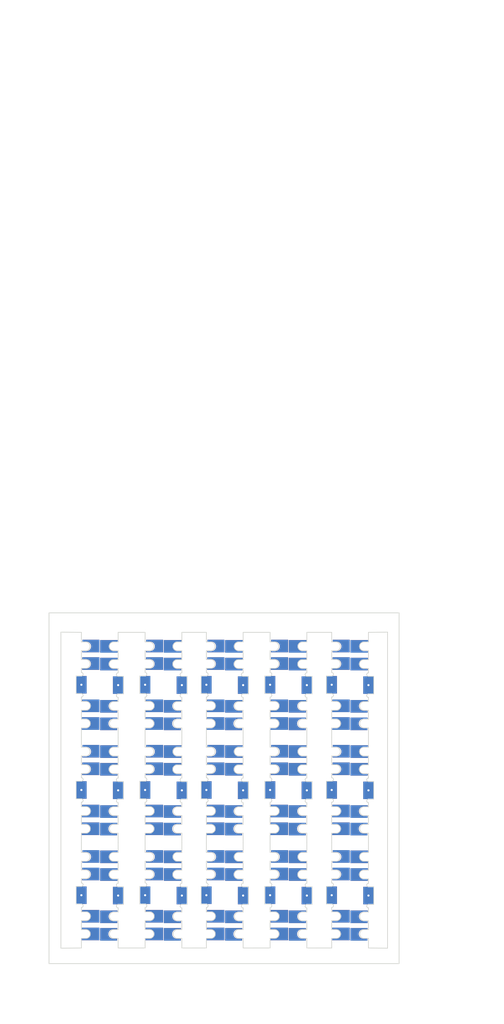
<source format=kicad_pcb>
(kicad_pcb (version 20171130) (host pcbnew 5.1.1-8be2ce7~80~ubuntu18.10.1)
  (layers (0 F.Cu signal) (31 B.Cu signal) (34 B.Paste user) (35 F.Paste user) (36 B.SilkS user) (37 F.SilkS user) (38 B.Mask user) (39 F.Mask user) (44 Edge.Cuts user))
  (net 0 "")
  (net 1 "Net-(J30-Pad1)")
  (module BATTERY:pad_3x5 (layer F.Cu) (at 157.25 95.15)
    (fp_text reference J30 hide)
    (fp_text value mech hide)
    (pad 1 thru_hole rect (at 0 0) (size 3 5) (drill 0.6) (layers *.Cu *.Mask) (net 1 "Net-(J30-Pad1)"))
  )
  (module BATTERY:pad_3x5 (layer F.Cu) (at 146.75 95.05 180)
    (fp_text reference J30 hide)
    (fp_text value mech hide)
    (pad 1 thru_hole rect (at 0 0 180) (size 3 5) (drill 0.6) (layers *.Cu *.Mask) (net 1 "Net-(J30-Pad1)"))
  )
  (module BATTERY:pad_3x5 (layer F.Cu) (at 146.75 125.05 180)
    (fp_text reference J30 hide)
    (fp_text value mech hide)
    (pad 1 thru_hole rect (at 0 0 180) (size 3 5) (drill 0.6) (layers *.Cu *.Mask) (net 1 "Net-(J30-Pad1)"))
  )
  (module BATTERY:pad_3x5 (layer F.Cu) (at 157.25 125.15)
    (fp_text reference J30 hide)
    (fp_text value mech hide)
    (pad 1 thru_hole rect (at 0 0) (size 3 5) (drill 0.6) (layers *.Cu *.Mask) (net 1 "Net-(J30-Pad1)"))
  )
  (module BATTERY:pad_3x5 (layer F.Cu) (at 157.25 155.15)
    (fp_text reference J30 hide)
    (fp_text value mech hide)
    (pad 1 thru_hole rect (at 0 0) (size 3 5) (drill 0.6) (layers *.Cu *.Mask) (net 1 "Net-(J30-Pad1)"))
  )
  (module BATTERY:pad_3x5 (layer F.Cu) (at 146.75 155.05 180)
    (fp_text reference J30 hide)
    (fp_text value mech hide)
    (pad 1 thru_hole rect (at 0 0 180) (size 3 5) (drill 0.6) (layers *.Cu *.Mask) (net 1 "Net-(J30-Pad1)"))
  )
  (module BATTERY:pad_3x5 (layer F.Cu) (at 139.65 125.15)
    (fp_text reference J30 hide)
    (fp_text value mech hide)
    (pad 1 thru_hole rect (at 0 0) (size 3 5) (drill 0.6) (layers *.Cu *.Mask) (net 1 "Net-(J30-Pad1)"))
  )
  (module BATTERY:pad_3x5 (layer F.Cu) (at 139.65 155.15)
    (fp_text reference J30 hide)
    (fp_text value mech hide)
    (pad 1 thru_hole rect (at 0 0) (size 3 5) (drill 0.6) (layers *.Cu *.Mask) (net 1 "Net-(J30-Pad1)"))
  )
  (module BATTERY:pad_3x5 (layer F.Cu) (at 129.15 95.05 180)
    (fp_text reference J30 hide)
    (fp_text value mech hide)
    (pad 1 thru_hole rect (at 0 0 180) (size 3 5) (drill 0.6) (layers *.Cu *.Mask) (net 1 "Net-(J30-Pad1)"))
  )
  (module BATTERY:pad_3x5 (layer F.Cu) (at 129.15 155.05 180)
    (fp_text reference J30 hide)
    (fp_text value mech hide)
    (pad 1 thru_hole rect (at 0 0 180) (size 3 5) (drill 0.6) (layers *.Cu *.Mask) (net 1 "Net-(J30-Pad1)"))
  )
  (module BATTERY:pad_3x5 (layer F.Cu) (at 139.65 95.15)
    (fp_text reference J30 hide)
    (fp_text value mech hide)
    (pad 1 thru_hole rect (at 0 0) (size 3 5) (drill 0.6) (layers *.Cu *.Mask) (net 1 "Net-(J30-Pad1)"))
  )
  (module BATTERY:pad_3x5 (layer F.Cu) (at 129.15 125.05 180)
    (fp_text reference J30 hide)
    (fp_text value mech hide)
    (pad 1 thru_hole rect (at 0 0 180) (size 3 5) (drill 0.6) (layers *.Cu *.Mask) (net 1 "Net-(J30-Pad1)"))
  )
  (module BATTERY:pad_3x5 (layer F.Cu) (at 121.45 95.15)
    (fp_text reference J30 hide)
    (fp_text value mech hide)
    (pad 1 thru_hole rect (at 0 0) (size 3 5) (drill 0.6) (layers *.Cu *.Mask) (net 1 "Net-(J30-Pad1)"))
  )
  (module BATTERY:pad_3x5 (layer F.Cu) (at 110.95 125.05 180)
    (fp_text reference J30 hide)
    (fp_text value mech hide)
    (pad 1 thru_hole rect (at 0 0 180) (size 3 5) (drill 0.6) (layers *.Cu *.Mask) (net 1 "Net-(J30-Pad1)"))
  )
  (module BATTERY:pad_3x5 (layer F.Cu) (at 110.95 155.05 180)
    (fp_text reference J30 hide)
    (fp_text value mech hide)
    (pad 1 thru_hole rect (at 0 0 180) (size 3 5) (drill 0.6) (layers *.Cu *.Mask) (net 1 "Net-(J30-Pad1)"))
  )
  (module BATTERY:pad_3x5 (layer F.Cu) (at 121.45 155.15)
    (fp_text reference J30 hide)
    (fp_text value mech hide)
    (pad 1 thru_hole rect (at 0 0) (size 3 5) (drill 0.6) (layers *.Cu *.Mask) (net 1 "Net-(J30-Pad1)"))
  )
  (module BATTERY:pad_3x5 (layer F.Cu) (at 121.45 125.15)
    (fp_text reference J30 hide)
    (fp_text value mech hide)
    (pad 1 thru_hole rect (at 0 0) (size 3 5) (drill 0.6) (layers *.Cu *.Mask) (net 1 "Net-(J30-Pad1)"))
  )
  (module BATTERY:pad_3x5 (layer F.Cu) (at 110.95 95.05 180)
    (fp_text reference J30 hide)
    (fp_text value mech hide)
    (pad 1 thru_hole rect (at 0 0 180) (size 3 5) (drill 0.6) (layers *.Cu *.Mask) (net 1 "Net-(J30-Pad1)"))
  )
  (module BATTERY:pad_3x5 (layer F.Cu) (at 93.45 95.05 180)
    (fp_text reference J30 hide)
    (fp_text value mech hide)
    (pad 1 thru_hole rect (at 0 0 180) (size 3 5) (drill 0.6) (layers *.Cu *.Mask) (net 1 "Net-(J30-Pad1)"))
  )
  (module BATTERY:pad_3x5 (layer F.Cu) (at 103.95 125.15)
    (fp_text reference J30 hide)
    (fp_text value mech hide)
    (pad 1 thru_hole rect (at 0 0) (size 3 5) (drill 0.6) (layers *.Cu *.Mask) (net 1 "Net-(J30-Pad1)"))
  )
  (module BATTERY:pad_3x5 (layer F.Cu) (at 103.95 155.15)
    (fp_text reference J30 hide)
    (fp_text value mech hide)
    (pad 1 thru_hole rect (at 0 0) (size 3 5) (drill 0.6) (layers *.Cu *.Mask) (net 1 "Net-(J30-Pad1)"))
  )
  (module BATTERY:pad_3x5 (layer F.Cu) (at 93.45 155.05 180)
    (fp_text reference J30 hide)
    (fp_text value mech hide)
    (pad 1 thru_hole rect (at 0 0 180) (size 3 5) (drill 0.6) (layers *.Cu *.Mask) (net 1 "Net-(J30-Pad1)"))
  )
  (module BATTERY:pad_3x5 (layer F.Cu) (at 93.45 125.05 180)
    (fp_text reference J30 hide)
    (fp_text value mech hide)
    (pad 1 thru_hole rect (at 0 0 180) (size 3 5) (drill 0.6) (layers *.Cu *.Mask) (net 1 "Net-(J30-Pad1)"))
  )
  (module BATTERY:pad_3x5 (layer F.Cu) (at 103.95 95.15)
    (fp_text reference J30 hide)
    (fp_text value mech hide)
    (pad 1 thru_hole rect (at 0 0) (size 3 5) (drill 0.6) (layers *.Cu *.Mask) (net 1 "Net-(J30-Pad1)"))
  )
  (module BATTERY:pad_3x5 (layer F.Cu) (at 85.75 155.15)
    (fp_text reference J30 hide)
    (fp_text value mech hide)
    (pad 1 thru_hole rect (at 0 0) (size 3 5) (drill 0.6) (layers *.Cu *.Mask) (net 1 "Net-(J30-Pad1)"))
  )
  (module BATTERY:pad_3x5 (layer F.Cu) (at 75.25 155.05 180)
    (fp_text reference J30 hide)
    (fp_text value mech hide)
    (pad 1 thru_hole rect (at 0 0 180) (size 3 5) (drill 0.6) (layers *.Cu *.Mask) (net 1 "Net-(J30-Pad1)"))
  )
  (module BATTERY:pad_3x5 (layer F.Cu) (at 75.25 125.05 180)
    (fp_text reference J30 hide)
    (fp_text value mech hide)
    (pad 1 thru_hole rect (at 0 0 180) (size 3 5) (drill 0.6) (layers *.Cu *.Mask) (net 1 "Net-(J30-Pad1)"))
  )
  (module BATTERY:pad_3x5 (layer F.Cu) (at 85.75 125.15)
    (fp_text reference J30 hide)
    (fp_text value mech hide)
    (pad 1 thru_hole rect (at 0 0) (size 3 5) (drill 0.6) (layers *.Cu *.Mask) (net 1 "Net-(J30-Pad1)"))
  )
  (module BATTERY:pad_3x5 (layer F.Cu) (at 75.25 95.05 180)
    (fp_text reference J30 hide)
    (fp_text value mech hide)
    (pad 1 thru_hole rect (at 0 0 180) (size 3 5) (drill 0.6) (layers *.Cu *.Mask) (net 1 "Net-(J30-Pad1)"))
  )
  (module BATTERY:pad_3x5 (layer F.Cu) (at 85.75 95.15)
    (fp_text reference J30 hide)
    (fp_text value mech hide)
    (pad 1 thru_hole rect (at 0 0) (size 3 5) (drill 0.6) (layers *.Cu *.Mask) (net 1 "Net-(J30-Pad1)"))
  )
  (gr_line (start 69.4 80.05) (end 75.25 80.1) (layer Edge.Cuts) (width 0.2))
  (gr_line (start 69.4 170.15) (end 69.4 80.05) (layer Edge.Cuts) (width 0.2))
  (gr_line (start 75.25 170.099) (end 69.4 170.15) (layer Edge.Cuts) (width 0.2))
  (gr_line (start 93.45 170.099) (end 85.75 170.1) (layer Edge.Cuts) (width 0.2))
  (gr_line (start 110.95 170.099) (end 103.95 170.1) (layer Edge.Cuts) (width 0.2))
  (gr_line (start 129.15 170.099) (end 121.45 170.1) (layer Edge.Cuts) (width 0.2))
  (gr_line (start 146.75 170.099) (end 139.65 170.1) (layer Edge.Cuts) (width 0.2))
  (gr_line (start 162.7 170.15) (end 157.25 170.1) (layer Edge.Cuts) (width 0.2))
  (gr_line (start 162.7 80.05) (end 162.7 170.15) (layer Edge.Cuts) (width 0.2))
  (gr_line (start 157.25 80.101) (end 162.7 80.05) (layer Edge.Cuts) (width 0.2))
  (gr_line (start 139.65 80.101) (end 146.75 80.1) (layer Edge.Cuts) (width 0.2))
  (gr_line (start 121.45 80.101) (end 129.15 80.1) (layer Edge.Cuts) (width 0.2))
  (gr_line (start 103.95 80.101) (end 110.95 80.1) (layer Edge.Cuts) (width 0.2))
  (gr_line (start 85.75 80.101) (end 93.45 80.1) (layer Edge.Cuts) (width 0.2))
  (gr_arc (start 157.25 122.15) (end 157.25 121.65) (angle -180) (layer Edge.Cuts) (width 0.2))
  (gr_line (start 157.25 120.4) (end 155.9 120.4) (layer Edge.Cuts) (width 0.2))
  (gr_line (start 157.25 134.85) (end 157.25 132.35) (layer Edge.Cuts) (width 0.2))
  (gr_line (start 155.95 117.899) (end 157.25 117.899) (layer Edge.Cuts) (width 0.2))
  (gr_line (start 157.25 91.65) (end 157.25 90.4) (layer Edge.Cuts) (width 0.2))
  (gr_line (start 148 142.849) (end 146.75 142.849) (layer Edge.Cuts) (width 0.2))
  (gr_line (start 157.25 110.1) (end 157.25 107.351) (layer Edge.Cuts) (width 0.2))
  (gr_line (start 145.25 92.55) (end 145.25 97.55) (layer Edge.Cuts) (width 0.2))
  (gr_arc (start 156 106.1) (end 156.05 104.85) (angle -182.29061) (layer Edge.Cuts) (width 0.2))
  (gr_line (start 146.75 107.351) (end 146.75 110.099) (layer Edge.Cuts) (width 0.2))
  (gr_line (start 145.25 92.55) (end 146.75 92.55) (layer Edge.Cuts) (width 0.2))
  (gr_line (start 158.75 157.65) (end 158.75 152.65) (layer Edge.Cuts) (width 0.2))
  (gr_line (start 157.25 142.849) (end 157.25 140.101) (layer Edge.Cuts) (width 0.2))
  (gr_line (start 145.25 122.55) (end 146.75 122.55) (layer Edge.Cuts) (width 0.2))
  (gr_line (start 146.75 140.1) (end 146.75 142.849) (layer Edge.Cuts) (width 0.2))
  (gr_line (start 146.75 134.85) (end 148.05 134.85) (layer Edge.Cuts) (width 0.2))
  (gr_line (start 156 162.351) (end 157.25 162.35) (layer Edge.Cuts) (width 0.2))
  (gr_line (start 157.25 117.899) (end 157.25 115.35) (layer Edge.Cuts) (width 0.2))
  (gr_arc (start 155.95 84.099) (end 156 82.849) (angle -182.29061) (layer Edge.Cuts) (width 0.2))
  (gr_arc (start 148 149.1) (end 147.95 150.35) (angle -182.29061) (layer Edge.Cuts) (width 0.2))
  (gr_arc (start 156 131.1) (end 156.05 129.85) (angle -182.29061) (layer Edge.Cuts) (width 0.2))
  (gr_line (start 146.75 98.55) (end 146.75 99.8) (layer Edge.Cuts) (width 0.2))
  (gr_line (start 145.25 122.55) (end 145.25 127.55) (layer Edge.Cuts) (width 0.2))
  (gr_line (start 148.05 162.301) (end 146.75 162.301) (layer Edge.Cuts) (width 0.2))
  (gr_line (start 158.75 92.65) (end 157.25 92.65) (layer Edge.Cuts) (width 0.2))
  (gr_arc (start 148.05 166.101) (end 148 167.351) (angle -182.29061) (layer Edge.Cuts) (width 0.2))
  (gr_arc (start 156 161.1) (end 156.05 159.85) (angle -182.29061) (layer Edge.Cuts) (width 0.2))
  (gr_line (start 146.75 158.55) (end 146.75 159.8) (layer Edge.Cuts) (width 0.2))
  (gr_line (start 146.75 129.8) (end 148.1 129.8) (layer Edge.Cuts) (width 0.2))
  (gr_line (start 157.25 87.899) (end 157.25 85.35) (layer Edge.Cuts) (width 0.2))
  (gr_arc (start 157.25 158.15) (end 157.25 157.65) (angle -180) (layer Edge.Cuts) (width 0.2))
  (gr_arc (start 148.1 101.051) (end 148.05 102.301) (angle -182.29061) (layer Edge.Cuts) (width 0.2))
  (gr_line (start 148 147.849) (end 146.75 147.85) (layer Edge.Cuts) (width 0.2))
  (gr_line (start 157.25 134.85) (end 156.05 134.85) (layer Edge.Cuts) (width 0.2))
  (gr_line (start 158.75 97.65) (end 158.75 92.65) (layer Edge.Cuts) (width 0.2))
  (gr_line (start 146.75 85.35) (end 146.75 87.85) (layer Edge.Cuts) (width 0.2))
  (gr_arc (start 146.75 128.05) (end 146.75 128.55) (angle -180) (layer Edge.Cuts) (width 0.2))
  (gr_line (start 146.75 115.35) (end 147.95 115.35) (layer Edge.Cuts) (width 0.2))
  (gr_arc (start 146.75 158.05) (end 146.75 158.55) (angle -180) (layer Edge.Cuts) (width 0.2))
  (gr_line (start 157.25 115.35) (end 155.95 115.35) (layer Edge.Cuts) (width 0.2))
  (gr_line (start 157.25 112.849) (end 156 112.849) (layer Edge.Cuts) (width 0.2))
  (gr_line (start 157.25 164.85) (end 157.25 162.35) (layer Edge.Cuts) (width 0.2))
  (gr_line (start 157.25 90.4) (end 155.9 90.4) (layer Edge.Cuts) (width 0.2))
  (gr_line (start 146.75 159.8) (end 148.1 159.8) (layer Edge.Cuts) (width 0.2))
  (gr_line (start 146.75 150.35) (end 147.95 150.35) (layer Edge.Cuts) (width 0.2))
  (gr_line (start 146.75 162.301) (end 146.75 164.85) (layer Edge.Cuts) (width 0.2))
  (gr_line (start 157.25 170.1) (end 157.25 167.351) (layer Edge.Cuts) (width 0.2))
  (gr_line (start 157.25 82.849) (end 157.25 80.101) (layer Edge.Cuts) (width 0.2))
  (gr_arc (start 148 144.1) (end 147.95 145.35) (angle -182.29061) (layer Edge.Cuts) (width 0.2))
  (gr_line (start 146.75 137.351) (end 146.75 140.099) (layer Edge.Cuts) (width 0.2))
  (gr_line (start 146.75 120.35) (end 146.75 121.55) (layer Edge.Cuts) (width 0.2))
  (gr_line (start 158.75 157.65) (end 157.25 157.65) (layer Edge.Cuts) (width 0.2))
  (gr_line (start 146.75 150.35) (end 146.75 151.55) (layer Edge.Cuts) (width 0.2))
  (gr_line (start 146.75 90.35) (end 147.95 90.35) (layer Edge.Cuts) (width 0.2))
  (gr_arc (start 157.25 128.15) (end 157.25 127.65) (angle -180) (layer Edge.Cuts) (width 0.2))
  (gr_arc (start 146.75 152.05) (end 146.75 152.55) (angle -180) (layer Edge.Cuts) (width 0.2))
  (gr_line (start 155.95 147.899) (end 157.25 147.899) (layer Edge.Cuts) (width 0.2))
  (gr_line (start 145.25 127.55) (end 146.75 127.55) (layer Edge.Cuts) (width 0.2))
  (gr_line (start 156 102.351) (end 157.25 102.35) (layer Edge.Cuts) (width 0.2))
  (gr_line (start 148 112.849) (end 146.75 112.849) (layer Edge.Cuts) (width 0.2))
  (gr_arc (start 148 84.1) (end 147.95 85.35) (angle -182.29061) (layer Edge.Cuts) (width 0.2))
  (gr_arc (start 148.1 131.051) (end 148.05 132.301) (angle -182.29061) (layer Edge.Cuts) (width 0.2))
  (gr_line (start 158.75 152.65) (end 157.25 152.65) (layer Edge.Cuts) (width 0.2))
  (gr_line (start 145.25 152.55) (end 145.25 157.55) (layer Edge.Cuts) (width 0.2))
  (gr_arc (start 155.9 89.149) (end 155.95 87.899) (angle -182.29061) (layer Edge.Cuts) (width 0.2))
  (gr_line (start 158.75 97.65) (end 157.25 97.65) (layer Edge.Cuts) (width 0.2))
  (gr_arc (start 156 101.1) (end 156.05 99.85) (angle -182.29061) (layer Edge.Cuts) (width 0.2))
  (gr_line (start 158.75 127.65) (end 157.25 127.65) (layer Edge.Cuts) (width 0.2))
  (gr_line (start 158.75 127.65) (end 158.75 122.65) (layer Edge.Cuts) (width 0.2))
  (gr_line (start 148 87.849) (end 146.75 87.85) (layer Edge.Cuts) (width 0.2))
  (gr_line (start 157.25 104.85) (end 157.25 102.35) (layer Edge.Cuts) (width 0.2))
  (gr_arc (start 148.1 161.051) (end 148.05 162.301) (angle -182.29061) (layer Edge.Cuts) (width 0.2))
  (gr_line (start 145.25 97.55) (end 146.75 97.55) (layer Edge.Cuts) (width 0.2))
  (gr_line (start 148 117.849) (end 146.75 117.85) (layer Edge.Cuts) (width 0.2))
  (gr_line (start 155.95 87.899) (end 157.25 87.899) (layer Edge.Cuts) (width 0.2))
  (gr_arc (start 155.95 144.099) (end 156 142.849) (angle -182.29061) (layer Edge.Cuts) (width 0.2))
  (gr_line (start 157.25 85.35) (end 155.95 85.35) (layer Edge.Cuts) (width 0.2))
  (gr_line (start 157.25 99.85) (end 156.05 99.85) (layer Edge.Cuts) (width 0.2))
  (gr_line (start 157.25 112.849) (end 157.25 110.101) (layer Edge.Cuts) (width 0.2))
  (gr_line (start 146.75 99.8) (end 148.1 99.8) (layer Edge.Cuts) (width 0.2))
  (gr_arc (start 148 89.1) (end 147.95 90.35) (angle -182.29061) (layer Edge.Cuts) (width 0.2))
  (gr_line (start 146.75 167.351) (end 148 167.351) (layer Edge.Cuts) (width 0.2))
  (gr_line (start 146.75 90.35) (end 146.75 91.55) (layer Edge.Cuts) (width 0.2))
  (gr_line (start 158.75 122.65) (end 157.25 122.65) (layer Edge.Cuts) (width 0.2))
  (gr_line (start 146.75 102.301) (end 146.75 104.85) (layer Edge.Cuts) (width 0.2))
  (gr_arc (start 148 119.1) (end 147.95 120.35) (angle -182.29061) (layer Edge.Cuts) (width 0.2))
  (gr_arc (start 155.9 119.149) (end 155.95 117.899) (angle -182.29061) (layer Edge.Cuts) (width 0.2))
  (gr_arc (start 148.05 136.101) (end 148 137.351) (angle -182.29061) (layer Edge.Cuts) (width 0.2))
  (gr_line (start 156 132.351) (end 157.25 132.35) (layer Edge.Cuts) (width 0.2))
  (gr_line (start 157.25 142.849) (end 156 142.849) (layer Edge.Cuts) (width 0.2))
  (gr_line (start 146.75 107.351) (end 148 107.351) (layer Edge.Cuts) (width 0.2))
  (gr_line (start 156 107.351) (end 157.25 107.351) (layer Edge.Cuts) (width 0.2))
  (gr_arc (start 155.9 149.149) (end 155.95 147.899) (angle -182.29061) (layer Edge.Cuts) (width 0.2))
  (gr_arc (start 156 166.1) (end 156.05 164.85) (angle -182.29061) (layer Edge.Cuts) (width 0.2))
  (gr_line (start 157.25 150.4) (end 155.9 150.4) (layer Edge.Cuts) (width 0.2))
  (gr_line (start 157.25 99.85) (end 157.25 98.65) (layer Edge.Cuts) (width 0.2))
  (gr_arc (start 157.25 152.15) (end 157.25 151.65) (angle -180) (layer Edge.Cuts) (width 0.2))
  (gr_arc (start 148 114.1) (end 147.95 115.35) (angle -182.29061) (layer Edge.Cuts) (width 0.2))
  (gr_line (start 156 137.351) (end 157.25 137.351) (layer Edge.Cuts) (width 0.2))
  (gr_line (start 145.25 152.55) (end 146.75 152.55) (layer Edge.Cuts) (width 0.2))
  (gr_line (start 157.25 129.85) (end 156.05 129.85) (layer Edge.Cuts) (width 0.2))
  (gr_arc (start 156 136.1) (end 156.05 134.85) (angle -182.29061) (layer Edge.Cuts) (width 0.2))
  (gr_line (start 148 82.849) (end 146.75 82.849) (layer Edge.Cuts) (width 0.2))
  (gr_line (start 157.25 159.85) (end 156.05 159.85) (layer Edge.Cuts) (width 0.2))
  (gr_line (start 146.75 145.35) (end 147.95 145.35) (layer Edge.Cuts) (width 0.2))
  (gr_line (start 146.75 104.85) (end 148.05 104.85) (layer Edge.Cuts) (width 0.2))
  (gr_line (start 146.75 145.35) (end 146.75 147.85) (layer Edge.Cuts) (width 0.2))
  (gr_line (start 146.75 132.301) (end 146.75 134.85) (layer Edge.Cuts) (width 0.2))
  (gr_arc (start 148.05 106.101) (end 148 107.351) (angle -182.29061) (layer Edge.Cuts) (width 0.2))
  (gr_line (start 146.75 137.351) (end 148 137.351) (layer Edge.Cuts) (width 0.2))
  (gr_arc (start 155.95 114.099) (end 156 112.849) (angle -182.29061) (layer Edge.Cuts) (width 0.2))
  (gr_line (start 157.25 82.849) (end 156 82.849) (layer Edge.Cuts) (width 0.2))
  (gr_line (start 146.75 120.35) (end 147.95 120.35) (layer Edge.Cuts) (width 0.2))
  (gr_arc (start 146.75 92.05) (end 146.75 92.55) (angle -180) (layer Edge.Cuts) (width 0.2))
  (gr_line (start 157.25 159.85) (end 157.25 158.65) (layer Edge.Cuts) (width 0.2))
  (gr_line (start 157.25 129.85) (end 157.25 128.65) (layer Edge.Cuts) (width 0.2))
  (gr_line (start 157.25 145.35) (end 155.95 145.35) (layer Edge.Cuts) (width 0.2))
  (gr_arc (start 157.25 98.15) (end 157.25 97.65) (angle -180) (layer Edge.Cuts) (width 0.2))
  (gr_line (start 157.25 121.65) (end 157.25 120.4) (layer Edge.Cuts) (width 0.2))
  (gr_line (start 157.25 151.65) (end 157.25 150.4) (layer Edge.Cuts) (width 0.2))
  (gr_line (start 148.05 132.301) (end 146.75 132.301) (layer Edge.Cuts) (width 0.2))
  (gr_line (start 146.75 167.351) (end 146.75 170.099) (layer Edge.Cuts) (width 0.2))
  (gr_line (start 148.05 102.301) (end 146.75 102.301) (layer Edge.Cuts) (width 0.2))
  (gr_line (start 146.75 80.1) (end 146.75 82.849) (layer Edge.Cuts) (width 0.2))
  (gr_arc (start 157.25 92.15) (end 157.25 91.65) (angle -180) (layer Edge.Cuts) (width 0.2))
  (gr_line (start 146.75 110.1) (end 146.75 112.849) (layer Edge.Cuts) (width 0.2))
  (gr_line (start 146.75 115.35) (end 146.75 117.85) (layer Edge.Cuts) (width 0.2))
  (gr_line (start 146.75 85.35) (end 147.95 85.35) (layer Edge.Cuts) (width 0.2))
  (gr_line (start 157.25 140.1) (end 157.25 137.351) (layer Edge.Cuts) (width 0.2))
  (gr_line (start 146.75 164.85) (end 148.05 164.85) (layer Edge.Cuts) (width 0.2))
  (gr_line (start 157.25 164.85) (end 156.05 164.85) (layer Edge.Cuts) (width 0.2))
  (gr_line (start 157.25 104.85) (end 156.05 104.85) (layer Edge.Cuts) (width 0.2))
  (gr_line (start 146.75 128.55) (end 146.75 129.8) (layer Edge.Cuts) (width 0.2))
  (gr_arc (start 146.75 122.05) (end 146.75 122.55) (angle -180) (layer Edge.Cuts) (width 0.2))
  (gr_line (start 156 167.351) (end 157.25 167.351) (layer Edge.Cuts) (width 0.2))
  (gr_arc (start 146.75 98.05) (end 146.75 98.55) (angle -180) (layer Edge.Cuts) (width 0.2))
  (gr_line (start 145.25 157.55) (end 146.75 157.55) (layer Edge.Cuts) (width 0.2))
  (gr_line (start 157.25 147.899) (end 157.25 145.35) (layer Edge.Cuts) (width 0.2))
  (gr_arc (start 130.4 149.1) (end 130.35 150.35) (angle -182.29061) (layer Edge.Cuts) (width 0.2))
  (gr_arc (start 138.4 131.1) (end 138.45 129.85) (angle -182.29061) (layer Edge.Cuts) (width 0.2))
  (gr_line (start 129.15 98.55) (end 129.15 99.8) (layer Edge.Cuts) (width 0.2))
  (gr_line (start 139.65 91.65) (end 139.65 90.4) (layer Edge.Cuts) (width 0.2))
  (gr_line (start 130.4 142.849) (end 129.15 142.849) (layer Edge.Cuts) (width 0.2))
  (gr_line (start 139.65 110.1) (end 139.65 107.351) (layer Edge.Cuts) (width 0.2))
  (gr_line (start 127.65 92.55) (end 127.65 97.55) (layer Edge.Cuts) (width 0.2))
  (gr_arc (start 138.4 106.1) (end 138.45 104.85) (angle -182.29061) (layer Edge.Cuts) (width 0.2))
  (gr_line (start 129.15 107.351) (end 129.15 110.099) (layer Edge.Cuts) (width 0.2))
  (gr_line (start 139.65 164.85) (end 139.65 162.35) (layer Edge.Cuts) (width 0.2))
  (gr_line (start 139.65 90.4) (end 138.3 90.4) (layer Edge.Cuts) (width 0.2))
  (gr_line (start 129.15 159.8) (end 130.5 159.8) (layer Edge.Cuts) (width 0.2))
  (gr_line (start 129.15 150.35) (end 130.35 150.35) (layer Edge.Cuts) (width 0.2))
  (gr_line (start 129.15 162.301) (end 129.15 164.85) (layer Edge.Cuts) (width 0.2))
  (gr_line (start 139.65 170.1) (end 139.65 167.351) (layer Edge.Cuts) (width 0.2))
  (gr_line (start 139.65 82.849) (end 139.65 80.101) (layer Edge.Cuts) (width 0.2))
  (gr_arc (start 130.4 119.1) (end 130.35 120.35) (angle -182.29061) (layer Edge.Cuts) (width 0.2))
  (gr_arc (start 138.3 119.149) (end 138.35 117.899) (angle -182.29061) (layer Edge.Cuts) (width 0.2))
  (gr_arc (start 130.45 136.101) (end 130.4 137.351) (angle -182.29061) (layer Edge.Cuts) (width 0.2))
  (gr_line (start 138.4 132.351) (end 139.65 132.35) (layer Edge.Cuts) (width 0.2))
  (gr_line (start 139.65 142.849) (end 138.4 142.849) (layer Edge.Cuts) (width 0.2))
  (gr_line (start 129.15 107.351) (end 130.4 107.351) (layer Edge.Cuts) (width 0.2))
  (gr_line (start 138.4 107.351) (end 139.65 107.351) (layer Edge.Cuts) (width 0.2))
  (gr_arc (start 138.3 149.149) (end 138.35 147.899) (angle -182.29061) (layer Edge.Cuts) (width 0.2))
  (gr_arc (start 138.4 166.1) (end 138.45 164.85) (angle -182.29061) (layer Edge.Cuts) (width 0.2))
  (gr_line (start 129.15 134.85) (end 130.45 134.85) (layer Edge.Cuts) (width 0.2))
  (gr_line (start 138.4 162.351) (end 139.65 162.35) (layer Edge.Cuts) (width 0.2))
  (gr_line (start 139.65 117.899) (end 139.65 115.35) (layer Edge.Cuts) (width 0.2))
  (gr_line (start 139.65 150.4) (end 138.3 150.4) (layer Edge.Cuts) (width 0.2))
  (gr_line (start 139.65 99.85) (end 139.65 98.65) (layer Edge.Cuts) (width 0.2))
  (gr_arc (start 139.65 152.15) (end 139.65 151.65) (angle -180) (layer Edge.Cuts) (width 0.2))
  (gr_arc (start 130.4 114.1) (end 130.35 115.35) (angle -182.29061) (layer Edge.Cuts) (width 0.2))
  (gr_line (start 138.4 137.351) (end 139.65 137.351) (layer Edge.Cuts) (width 0.2))
  (gr_line (start 127.65 152.55) (end 129.15 152.55) (layer Edge.Cuts) (width 0.2))
  (gr_line (start 139.65 164.85) (end 138.45 164.85) (layer Edge.Cuts) (width 0.2))
  (gr_line (start 139.65 104.85) (end 138.45 104.85) (layer Edge.Cuts) (width 0.2))
  (gr_line (start 139.65 129.85) (end 138.45 129.85) (layer Edge.Cuts) (width 0.2))
  (gr_arc (start 138.4 136.1) (end 138.45 134.85) (angle -182.29061) (layer Edge.Cuts) (width 0.2))
  (gr_line (start 130.4 82.849) (end 129.15 82.849) (layer Edge.Cuts) (width 0.2))
  (gr_line (start 139.65 159.85) (end 138.45 159.85) (layer Edge.Cuts) (width 0.2))
  (gr_line (start 129.15 145.35) (end 130.35 145.35) (layer Edge.Cuts) (width 0.2))
  (gr_line (start 139.65 82.849) (end 138.4 82.849) (layer Edge.Cuts) (width 0.2))
  (gr_line (start 129.15 120.35) (end 130.35 120.35) (layer Edge.Cuts) (width 0.2))
  (gr_arc (start 129.15 92.05) (end 129.15 92.55) (angle -180) (layer Edge.Cuts) (width 0.2))
  (gr_line (start 139.65 159.85) (end 139.65 158.65) (layer Edge.Cuts) (width 0.2))
  (gr_line (start 138.35 147.899) (end 139.65 147.899) (layer Edge.Cuts) (width 0.2))
  (gr_line (start 127.65 127.55) (end 129.15 127.55) (layer Edge.Cuts) (width 0.2))
  (gr_line (start 138.4 102.351) (end 139.65 102.35) (layer Edge.Cuts) (width 0.2))
  (gr_line (start 130.4 112.849) (end 129.15 112.849) (layer Edge.Cuts) (width 0.2))
  (gr_arc (start 130.4 84.1) (end 130.35 85.35) (angle -182.29061) (layer Edge.Cuts) (width 0.2))
  (gr_arc (start 130.5 131.051) (end 130.45 132.301) (angle -182.29061) (layer Edge.Cuts) (width 0.2))
  (gr_line (start 141.15 152.65) (end 139.65 152.65) (layer Edge.Cuts) (width 0.2))
  (gr_line (start 127.65 152.55) (end 127.65 157.55) (layer Edge.Cuts) (width 0.2))
  (gr_line (start 127.65 122.55) (end 127.65 127.55) (layer Edge.Cuts) (width 0.2))
  (gr_line (start 130.45 162.301) (end 129.15 162.301) (layer Edge.Cuts) (width 0.2))
  (gr_line (start 141.15 92.65) (end 139.65 92.65) (layer Edge.Cuts) (width 0.2))
  (gr_arc (start 130.45 166.101) (end 130.4 167.351) (angle -182.29061) (layer Edge.Cuts) (width 0.2))
  (gr_arc (start 138.4 161.1) (end 138.45 159.85) (angle -182.29061) (layer Edge.Cuts) (width 0.2))
  (gr_line (start 129.15 158.55) (end 129.15 159.8) (layer Edge.Cuts) (width 0.2))
  (gr_line (start 129.15 129.8) (end 130.5 129.8) (layer Edge.Cuts) (width 0.2))
  (gr_line (start 139.65 87.899) (end 139.65 85.35) (layer Edge.Cuts) (width 0.2))
  (gr_line (start 130.45 132.301) (end 129.15 132.301) (layer Edge.Cuts) (width 0.2))
  (gr_line (start 129.15 167.351) (end 129.15 170.099) (layer Edge.Cuts) (width 0.2))
  (gr_line (start 130.45 102.301) (end 129.15 102.301) (layer Edge.Cuts) (width 0.2))
  (gr_line (start 129.15 80.1) (end 129.15 82.849) (layer Edge.Cuts) (width 0.2))
  (gr_arc (start 139.65 92.15) (end 139.65 91.65) (angle -180) (layer Edge.Cuts) (width 0.2))
  (gr_line (start 129.15 110.1) (end 129.15 112.849) (layer Edge.Cuts) (width 0.2))
  (gr_arc (start 139.65 158.15) (end 139.65 157.65) (angle -180) (layer Edge.Cuts) (width 0.2))
  (gr_arc (start 130.5 101.051) (end 130.45 102.301) (angle -182.29061) (layer Edge.Cuts) (width 0.2))
  (gr_line (start 130.4 147.849) (end 129.15 147.85) (layer Edge.Cuts) (width 0.2))
  (gr_line (start 139.65 134.85) (end 138.45 134.85) (layer Edge.Cuts) (width 0.2))
  (gr_line (start 141.15 97.65) (end 141.15 92.65) (layer Edge.Cuts) (width 0.2))
  (gr_line (start 129.15 85.35) (end 129.15 87.85) (layer Edge.Cuts) (width 0.2))
  (gr_line (start 127.65 92.55) (end 129.15 92.55) (layer Edge.Cuts) (width 0.2))
  (gr_line (start 141.15 157.65) (end 141.15 152.65) (layer Edge.Cuts) (width 0.2))
  (gr_line (start 139.65 142.849) (end 139.65 140.101) (layer Edge.Cuts) (width 0.2))
  (gr_line (start 139.65 129.85) (end 139.65 128.65) (layer Edge.Cuts) (width 0.2))
  (gr_line (start 139.65 145.35) (end 138.35 145.35) (layer Edge.Cuts) (width 0.2))
  (gr_arc (start 139.65 98.15) (end 139.65 97.65) (angle -180) (layer Edge.Cuts) (width 0.2))
  (gr_line (start 139.65 121.65) (end 139.65 120.4) (layer Edge.Cuts) (width 0.2))
  (gr_line (start 139.65 151.65) (end 139.65 150.4) (layer Edge.Cuts) (width 0.2))
  (gr_arc (start 129.15 128.05) (end 129.15 128.55) (angle -180) (layer Edge.Cuts) (width 0.2))
  (gr_line (start 129.15 115.35) (end 130.35 115.35) (layer Edge.Cuts) (width 0.2))
  (gr_arc (start 129.15 158.05) (end 129.15 158.55) (angle -180) (layer Edge.Cuts) (width 0.2))
  (gr_line (start 139.65 115.35) (end 138.35 115.35) (layer Edge.Cuts) (width 0.2))
  (gr_arc (start 129.15 122.05) (end 129.15 122.55) (angle -180) (layer Edge.Cuts) (width 0.2))
  (gr_line (start 138.4 167.351) (end 139.65 167.351) (layer Edge.Cuts) (width 0.2))
  (gr_arc (start 129.15 98.05) (end 129.15 98.55) (angle -180) (layer Edge.Cuts) (width 0.2))
  (gr_line (start 127.65 157.55) (end 129.15 157.55) (layer Edge.Cuts) (width 0.2))
  (gr_line (start 139.65 147.899) (end 139.65 145.35) (layer Edge.Cuts) (width 0.2))
  (gr_line (start 129.15 90.35) (end 130.35 90.35) (layer Edge.Cuts) (width 0.2))
  (gr_arc (start 139.65 128.15) (end 139.65 127.65) (angle -180) (layer Edge.Cuts) (width 0.2))
  (gr_arc (start 129.15 152.05) (end 129.15 152.55) (angle -180) (layer Edge.Cuts) (width 0.2))
  (gr_line (start 129.15 115.35) (end 129.15 117.85) (layer Edge.Cuts) (width 0.2))
  (gr_arc (start 130.4 144.1) (end 130.35 145.35) (angle -182.29061) (layer Edge.Cuts) (width 0.2))
  (gr_line (start 129.15 137.351) (end 129.15 140.099) (layer Edge.Cuts) (width 0.2))
  (gr_line (start 129.15 120.35) (end 129.15 121.55) (layer Edge.Cuts) (width 0.2))
  (gr_line (start 129.15 104.85) (end 130.45 104.85) (layer Edge.Cuts) (width 0.2))
  (gr_line (start 129.15 145.35) (end 129.15 147.85) (layer Edge.Cuts) (width 0.2))
  (gr_line (start 129.15 132.301) (end 129.15 134.85) (layer Edge.Cuts) (width 0.2))
  (gr_arc (start 130.45 106.101) (end 130.4 107.351) (angle -182.29061) (layer Edge.Cuts) (width 0.2))
  (gr_line (start 127.65 122.55) (end 129.15 122.55) (layer Edge.Cuts) (width 0.2))
  (gr_line (start 129.15 85.35) (end 130.35 85.35) (layer Edge.Cuts) (width 0.2))
  (gr_line (start 139.65 140.1) (end 139.65 137.351) (layer Edge.Cuts) (width 0.2))
  (gr_line (start 129.15 164.85) (end 130.45 164.85) (layer Edge.Cuts) (width 0.2))
  (gr_line (start 141.15 97.65) (end 139.65 97.65) (layer Edge.Cuts) (width 0.2))
  (gr_arc (start 138.4 101.1) (end 138.45 99.85) (angle -182.29061) (layer Edge.Cuts) (width 0.2))
  (gr_line (start 141.15 127.65) (end 139.65 127.65) (layer Edge.Cuts) (width 0.2))
  (gr_line (start 141.15 127.65) (end 141.15 122.65) (layer Edge.Cuts) (width 0.2))
  (gr_line (start 130.4 87.849) (end 129.15 87.85) (layer Edge.Cuts) (width 0.2))
  (gr_arc (start 138.35 144.099) (end 138.4 142.849) (angle -182.29061) (layer Edge.Cuts) (width 0.2))
  (gr_line (start 139.65 85.35) (end 138.35 85.35) (layer Edge.Cuts) (width 0.2))
  (gr_line (start 139.65 99.85) (end 138.45 99.85) (layer Edge.Cuts) (width 0.2))
  (gr_line (start 139.65 112.849) (end 139.65 110.101) (layer Edge.Cuts) (width 0.2))
  (gr_line (start 129.15 99.8) (end 130.5 99.8) (layer Edge.Cuts) (width 0.2))
  (gr_arc (start 130.4 89.1) (end 130.35 90.35) (angle -182.29061) (layer Edge.Cuts) (width 0.2))
  (gr_line (start 129.15 167.351) (end 130.4 167.351) (layer Edge.Cuts) (width 0.2))
  (gr_line (start 129.15 90.35) (end 129.15 91.55) (layer Edge.Cuts) (width 0.2))
  (gr_line (start 141.15 122.65) (end 139.65 122.65) (layer Edge.Cuts) (width 0.2))
  (gr_line (start 129.15 102.301) (end 129.15 104.85) (layer Edge.Cuts) (width 0.2))
  (gr_line (start 127.65 97.55) (end 129.15 97.55) (layer Edge.Cuts) (width 0.2))
  (gr_line (start 139.65 104.85) (end 139.65 102.35) (layer Edge.Cuts) (width 0.2))
  (gr_line (start 139.65 134.85) (end 139.65 132.35) (layer Edge.Cuts) (width 0.2))
  (gr_line (start 130.4 117.849) (end 129.15 117.85) (layer Edge.Cuts) (width 0.2))
  (gr_line (start 138.35 87.899) (end 139.65 87.899) (layer Edge.Cuts) (width 0.2))
  (gr_line (start 129.15 128.55) (end 129.15 129.8) (layer Edge.Cuts) (width 0.2))
  (gr_arc (start 139.65 122.15) (end 139.65 121.65) (angle -180) (layer Edge.Cuts) (width 0.2))
  (gr_line (start 138.35 117.899) (end 139.65 117.899) (layer Edge.Cuts) (width 0.2))
  (gr_line (start 139.65 112.849) (end 138.4 112.849) (layer Edge.Cuts) (width 0.2))
  (gr_line (start 129.15 140.1) (end 129.15 142.849) (layer Edge.Cuts) (width 0.2))
  (gr_arc (start 138.35 84.099) (end 138.4 82.849) (angle -182.29061) (layer Edge.Cuts) (width 0.2))
  (gr_line (start 129.15 137.351) (end 130.4 137.351) (layer Edge.Cuts) (width 0.2))
  (gr_line (start 139.65 120.4) (end 138.3 120.4) (layer Edge.Cuts) (width 0.2))
  (gr_arc (start 138.35 114.099) (end 138.4 112.849) (angle -182.29061) (layer Edge.Cuts) (width 0.2))
  (gr_arc (start 130.5 161.051) (end 130.45 162.301) (angle -182.29061) (layer Edge.Cuts) (width 0.2))
  (gr_line (start 129.15 150.35) (end 129.15 151.55) (layer Edge.Cuts) (width 0.2))
  (gr_line (start 141.15 157.65) (end 139.65 157.65) (layer Edge.Cuts) (width 0.2))
  (gr_arc (start 138.3 89.149) (end 138.35 87.899) (angle -182.29061) (layer Edge.Cuts) (width 0.2))
  (gr_arc (start 120.2 161.1) (end 120.25 159.85) (angle -182.29061) (layer Edge.Cuts) (width 0.2))
  (gr_line (start 110.95 158.55) (end 110.95 159.8) (layer Edge.Cuts) (width 0.2))
  (gr_line (start 110.95 129.8) (end 112.3 129.8) (layer Edge.Cuts) (width 0.2))
  (gr_line (start 121.45 87.899) (end 121.45 85.35) (layer Edge.Cuts) (width 0.2))
  (gr_line (start 121.45 151.65) (end 121.45 150.4) (layer Edge.Cuts) (width 0.2))
  (gr_line (start 122.95 152.65) (end 121.45 152.65) (layer Edge.Cuts) (width 0.2))
  (gr_line (start 109.45 152.55) (end 109.45 157.55) (layer Edge.Cuts) (width 0.2))
  (gr_line (start 109.45 122.55) (end 109.45 127.55) (layer Edge.Cuts) (width 0.2))
  (gr_line (start 112.25 162.301) (end 110.95 162.301) (layer Edge.Cuts) (width 0.2))
  (gr_line (start 122.95 92.65) (end 121.45 92.65) (layer Edge.Cuts) (width 0.2))
  (gr_arc (start 112.25 166.101) (end 112.2 167.351) (angle -182.29061) (layer Edge.Cuts) (width 0.2))
  (gr_arc (start 110.95 128.05) (end 110.95 128.55) (angle -180) (layer Edge.Cuts) (width 0.2))
  (gr_line (start 110.95 115.35) (end 112.15 115.35) (layer Edge.Cuts) (width 0.2))
  (gr_arc (start 110.95 158.05) (end 110.95 158.55) (angle -180) (layer Edge.Cuts) (width 0.2))
  (gr_arc (start 120.2 131.1) (end 120.25 129.85) (angle -182.29061) (layer Edge.Cuts) (width 0.2))
  (gr_line (start 110.95 98.55) (end 110.95 99.8) (layer Edge.Cuts) (width 0.2))
  (gr_line (start 121.45 91.65) (end 121.45 90.4) (layer Edge.Cuts) (width 0.2))
  (gr_line (start 121.45 164.85) (end 121.45 162.35) (layer Edge.Cuts) (width 0.2))
  (gr_line (start 121.45 90.4) (end 120.1 90.4) (layer Edge.Cuts) (width 0.2))
  (gr_line (start 110.95 159.8) (end 112.3 159.8) (layer Edge.Cuts) (width 0.2))
  (gr_line (start 110.95 150.35) (end 112.15 150.35) (layer Edge.Cuts) (width 0.2))
  (gr_line (start 110.95 162.301) (end 110.95 164.85) (layer Edge.Cuts) (width 0.2))
  (gr_line (start 121.45 170.1) (end 121.45 167.351) (layer Edge.Cuts) (width 0.2))
  (gr_line (start 121.45 82.849) (end 121.45 80.101) (layer Edge.Cuts) (width 0.2))
  (gr_arc (start 112.2 89.1) (end 112.15 90.35) (angle -182.29061) (layer Edge.Cuts) (width 0.2))
  (gr_line (start 121.45 121.65) (end 121.45 120.4) (layer Edge.Cuts) (width 0.2))
  (gr_line (start 121.45 142.849) (end 121.45 140.101) (layer Edge.Cuts) (width 0.2))
  (gr_line (start 110.95 107.351) (end 112.2 107.351) (layer Edge.Cuts) (width 0.2))
  (gr_line (start 120.2 107.351) (end 121.45 107.351) (layer Edge.Cuts) (width 0.2))
  (gr_arc (start 120.1 149.149) (end 120.15 147.899) (angle -182.29061) (layer Edge.Cuts) (width 0.2))
  (gr_arc (start 120.2 166.1) (end 120.25 164.85) (angle -182.29061) (layer Edge.Cuts) (width 0.2))
  (gr_line (start 110.95 134.85) (end 112.25 134.85) (layer Edge.Cuts) (width 0.2))
  (gr_arc (start 112.25 136.101) (end 112.2 137.351) (angle -182.29061) (layer Edge.Cuts) (width 0.2))
  (gr_line (start 120.2 132.351) (end 121.45 132.35) (layer Edge.Cuts) (width 0.2))
  (gr_arc (start 112.3 161.051) (end 112.25 162.301) (angle -182.29061) (layer Edge.Cuts) (width 0.2))
  (gr_line (start 110.95 150.35) (end 110.95 151.55) (layer Edge.Cuts) (width 0.2))
  (gr_line (start 122.95 157.65) (end 121.45 157.65) (layer Edge.Cuts) (width 0.2))
  (gr_line (start 110.95 90.35) (end 112.15 90.35) (layer Edge.Cuts) (width 0.2))
  (gr_line (start 109.45 127.55) (end 110.95 127.55) (layer Edge.Cuts) (width 0.2))
  (gr_line (start 120.2 102.351) (end 121.45 102.35) (layer Edge.Cuts) (width 0.2))
  (gr_line (start 112.2 112.849) (end 110.95 112.849) (layer Edge.Cuts) (width 0.2))
  (gr_arc (start 112.2 84.1) (end 112.15 85.35) (angle -182.29061) (layer Edge.Cuts) (width 0.2))
  (gr_arc (start 112.3 131.051) (end 112.25 132.301) (angle -182.29061) (layer Edge.Cuts) (width 0.2))
  (gr_arc (start 112.2 119.1) (end 112.15 120.35) (angle -182.29061) (layer Edge.Cuts) (width 0.2))
  (gr_arc (start 120.1 119.149) (end 120.15 117.899) (angle -182.29061) (layer Edge.Cuts) (width 0.2))
  (gr_line (start 121.45 150.4) (end 120.1 150.4) (layer Edge.Cuts) (width 0.2))
  (gr_line (start 121.45 99.85) (end 121.45 98.65) (layer Edge.Cuts) (width 0.2))
  (gr_arc (start 121.45 152.15) (end 121.45 151.65) (angle -180) (layer Edge.Cuts) (width 0.2))
  (gr_arc (start 112.2 114.1) (end 112.15 115.35) (angle -182.29061) (layer Edge.Cuts) (width 0.2))
  (gr_line (start 120.2 137.351) (end 121.45 137.351) (layer Edge.Cuts) (width 0.2))
  (gr_line (start 109.45 152.55) (end 110.95 152.55) (layer Edge.Cuts) (width 0.2))
  (gr_line (start 110.95 167.351) (end 110.95 170.099) (layer Edge.Cuts) (width 0.2))
  (gr_line (start 112.25 102.301) (end 110.95 102.301) (layer Edge.Cuts) (width 0.2))
  (gr_line (start 110.95 80.1) (end 110.95 82.849) (layer Edge.Cuts) (width 0.2))
  (gr_line (start 112.2 117.849) (end 110.95 117.85) (layer Edge.Cuts) (width 0.2))
  (gr_line (start 120.15 87.899) (end 121.45 87.899) (layer Edge.Cuts) (width 0.2))
  (gr_line (start 110.95 137.351) (end 110.95 140.099) (layer Edge.Cuts) (width 0.2))
  (gr_line (start 110.95 120.35) (end 110.95 121.55) (layer Edge.Cuts) (width 0.2))
  (gr_arc (start 112.25 106.101) (end 112.2 107.351) (angle -182.29061) (layer Edge.Cuts) (width 0.2))
  (gr_arc (start 112.3 101.051) (end 112.25 102.301) (angle -182.29061) (layer Edge.Cuts) (width 0.2))
  (gr_line (start 112.2 147.849) (end 110.95 147.85) (layer Edge.Cuts) (width 0.2))
  (gr_line (start 121.45 134.85) (end 120.25 134.85) (layer Edge.Cuts) (width 0.2))
  (gr_line (start 122.95 97.65) (end 122.95 92.65) (layer Edge.Cuts) (width 0.2))
  (gr_line (start 109.45 122.55) (end 110.95 122.55) (layer Edge.Cuts) (width 0.2))
  (gr_line (start 110.95 85.35) (end 112.15 85.35) (layer Edge.Cuts) (width 0.2))
  (gr_arc (start 120.1 89.149) (end 120.15 87.899) (angle -182.29061) (layer Edge.Cuts) (width 0.2))
  (gr_arc (start 110.95 152.05) (end 110.95 152.55) (angle -180) (layer Edge.Cuts) (width 0.2))
  (gr_line (start 110.95 115.35) (end 110.95 117.85) (layer Edge.Cuts) (width 0.2))
  (gr_arc (start 112.2 144.1) (end 112.15 145.35) (angle -182.29061) (layer Edge.Cuts) (width 0.2))
  (gr_line (start 120.2 162.351) (end 121.45 162.35) (layer Edge.Cuts) (width 0.2))
  (gr_line (start 121.45 117.899) (end 121.45 115.35) (layer Edge.Cuts) (width 0.2))
  (gr_line (start 121.45 82.849) (end 120.2 82.849) (layer Edge.Cuts) (width 0.2))
  (gr_line (start 110.95 167.351) (end 112.2 167.351) (layer Edge.Cuts) (width 0.2))
  (gr_line (start 110.95 90.35) (end 110.95 91.55) (layer Edge.Cuts) (width 0.2))
  (gr_line (start 122.95 122.65) (end 121.45 122.65) (layer Edge.Cuts) (width 0.2))
  (gr_line (start 110.95 102.301) (end 110.95 104.85) (layer Edge.Cuts) (width 0.2))
  (gr_line (start 109.45 97.55) (end 110.95 97.55) (layer Edge.Cuts) (width 0.2))
  (gr_line (start 121.45 104.85) (end 121.45 102.35) (layer Edge.Cuts) (width 0.2))
  (gr_arc (start 120.15 144.099) (end 120.2 142.849) (angle -182.29061) (layer Edge.Cuts) (width 0.2))
  (gr_line (start 121.45 85.35) (end 120.15 85.35) (layer Edge.Cuts) (width 0.2))
  (gr_line (start 121.45 99.85) (end 120.25 99.85) (layer Edge.Cuts) (width 0.2))
  (gr_line (start 110.95 85.35) (end 110.95 87.85) (layer Edge.Cuts) (width 0.2))
  (gr_line (start 109.45 92.55) (end 110.95 92.55) (layer Edge.Cuts) (width 0.2))
  (gr_line (start 122.95 157.65) (end 122.95 152.65) (layer Edge.Cuts) (width 0.2))
  (gr_line (start 112.2 142.849) (end 110.95 142.849) (layer Edge.Cuts) (width 0.2))
  (gr_line (start 121.45 110.1) (end 121.45 107.351) (layer Edge.Cuts) (width 0.2))
  (gr_line (start 109.45 92.55) (end 109.45 97.55) (layer Edge.Cuts) (width 0.2))
  (gr_arc (start 121.45 122.15) (end 121.45 121.65) (angle -180) (layer Edge.Cuts) (width 0.2))
  (gr_line (start 120.15 117.899) (end 121.45 117.899) (layer Edge.Cuts) (width 0.2))
  (gr_line (start 121.45 112.849) (end 120.2 112.849) (layer Edge.Cuts) (width 0.2))
  (gr_line (start 110.95 140.1) (end 110.95 142.849) (layer Edge.Cuts) (width 0.2))
  (gr_arc (start 120.15 84.099) (end 120.2 82.849) (angle -182.29061) (layer Edge.Cuts) (width 0.2))
  (gr_line (start 110.95 137.351) (end 112.2 137.351) (layer Edge.Cuts) (width 0.2))
  (gr_line (start 109.45 157.55) (end 110.95 157.55) (layer Edge.Cuts) (width 0.2))
  (gr_line (start 110.95 99.8) (end 112.3 99.8) (layer Edge.Cuts) (width 0.2))
  (gr_line (start 110.95 110.1) (end 110.95 112.849) (layer Edge.Cuts) (width 0.2))
  (gr_line (start 110.95 107.351) (end 110.95 110.099) (layer Edge.Cuts) (width 0.2))
  (gr_arc (start 121.45 92.15) (end 121.45 91.65) (angle -180) (layer Edge.Cuts) (width 0.2))
  (gr_line (start 120.15 147.899) (end 121.45 147.899) (layer Edge.Cuts) (width 0.2))
  (gr_arc (start 121.45 158.15) (end 121.45 157.65) (angle -180) (layer Edge.Cuts) (width 0.2))
  (gr_line (start 121.45 164.85) (end 120.25 164.85) (layer Edge.Cuts) (width 0.2))
  (gr_line (start 121.45 120.4) (end 120.1 120.4) (layer Edge.Cuts) (width 0.2))
  (gr_arc (start 120.15 114.099) (end 120.2 112.849) (angle -182.29061) (layer Edge.Cuts) (width 0.2))
  (gr_line (start 122.95 97.65) (end 121.45 97.65) (layer Edge.Cuts) (width 0.2))
  (gr_arc (start 120.2 101.1) (end 120.25 99.85) (angle -182.29061) (layer Edge.Cuts) (width 0.2))
  (gr_line (start 122.95 127.65) (end 121.45 127.65) (layer Edge.Cuts) (width 0.2))
  (gr_line (start 122.95 127.65) (end 122.95 122.65) (layer Edge.Cuts) (width 0.2))
  (gr_line (start 112.2 87.849) (end 110.95 87.85) (layer Edge.Cuts) (width 0.2))
  (gr_line (start 121.45 115.35) (end 120.15 115.35) (layer Edge.Cuts) (width 0.2))
  (gr_line (start 110.95 104.85) (end 112.25 104.85) (layer Edge.Cuts) (width 0.2))
  (gr_line (start 110.95 128.55) (end 110.95 129.8) (layer Edge.Cuts) (width 0.2))
  (gr_line (start 121.45 134.85) (end 121.45 132.35) (layer Edge.Cuts) (width 0.2))
  (gr_arc (start 110.95 122.05) (end 110.95 122.55) (angle -180) (layer Edge.Cuts) (width 0.2))
  (gr_line (start 120.2 167.351) (end 121.45 167.351) (layer Edge.Cuts) (width 0.2))
  (gr_arc (start 110.95 98.05) (end 110.95 98.55) (angle -180) (layer Edge.Cuts) (width 0.2))
  (gr_line (start 121.45 129.85) (end 120.25 129.85) (layer Edge.Cuts) (width 0.2))
  (gr_arc (start 120.2 136.1) (end 120.25 134.85) (angle -182.29061) (layer Edge.Cuts) (width 0.2))
  (gr_line (start 112.2 82.849) (end 110.95 82.849) (layer Edge.Cuts) (width 0.2))
  (gr_line (start 121.45 159.85) (end 120.25 159.85) (layer Edge.Cuts) (width 0.2))
  (gr_line (start 110.95 145.35) (end 112.15 145.35) (layer Edge.Cuts) (width 0.2))
  (gr_line (start 121.45 129.85) (end 121.45 128.65) (layer Edge.Cuts) (width 0.2))
  (gr_line (start 121.45 145.35) (end 120.15 145.35) (layer Edge.Cuts) (width 0.2))
  (gr_arc (start 121.45 98.15) (end 121.45 97.65) (angle -180) (layer Edge.Cuts) (width 0.2))
  (gr_line (start 110.95 145.35) (end 110.95 147.85) (layer Edge.Cuts) (width 0.2))
  (gr_line (start 110.95 132.301) (end 110.95 134.85) (layer Edge.Cuts) (width 0.2))
  (gr_arc (start 110.95 92.05) (end 110.95 92.55) (angle -180) (layer Edge.Cuts) (width 0.2))
  (gr_line (start 121.45 159.85) (end 121.45 158.65) (layer Edge.Cuts) (width 0.2))
  (gr_line (start 110.95 164.85) (end 112.25 164.85) (layer Edge.Cuts) (width 0.2))
  (gr_arc (start 121.45 128.15) (end 121.45 127.65) (angle -180) (layer Edge.Cuts) (width 0.2))
  (gr_line (start 121.45 112.849) (end 121.45 110.101) (layer Edge.Cuts) (width 0.2))
  (gr_line (start 121.45 142.849) (end 120.2 142.849) (layer Edge.Cuts) (width 0.2))
  (gr_line (start 121.45 147.899) (end 121.45 145.35) (layer Edge.Cuts) (width 0.2))
  (gr_arc (start 120.2 106.1) (end 120.25 104.85) (angle -182.29061) (layer Edge.Cuts) (width 0.2))
  (gr_line (start 121.45 140.1) (end 121.45 137.351) (layer Edge.Cuts) (width 0.2))
  (gr_arc (start 112.2 149.1) (end 112.15 150.35) (angle -182.29061) (layer Edge.Cuts) (width 0.2))
  (gr_line (start 121.45 104.85) (end 120.25 104.85) (layer Edge.Cuts) (width 0.2))
  (gr_line (start 110.95 120.35) (end 112.15 120.35) (layer Edge.Cuts) (width 0.2))
  (gr_line (start 112.25 132.301) (end 110.95 132.301) (layer Edge.Cuts) (width 0.2))
  (gr_line (start 103.95 99.85) (end 103.95 98.65) (layer Edge.Cuts) (width 0.2))
  (gr_arc (start 103.95 152.15) (end 103.95 151.65) (angle -180) (layer Edge.Cuts) (width 0.2))
  (gr_arc (start 93.45 152.05) (end 93.45 152.55) (angle -180) (layer Edge.Cuts) (width 0.2))
  (gr_line (start 93.45 115.35) (end 93.45 117.85) (layer Edge.Cuts) (width 0.2))
  (gr_arc (start 94.7 144.1) (end 94.65 145.35) (angle -182.29061) (layer Edge.Cuts) (width 0.2))
  (gr_line (start 94.7 142.849) (end 93.45 142.849) (layer Edge.Cuts) (width 0.2))
  (gr_line (start 103.95 110.1) (end 103.95 107.351) (layer Edge.Cuts) (width 0.2))
  (gr_arc (start 102.65 114.099) (end 102.7 112.849) (angle -182.29061) (layer Edge.Cuts) (width 0.2))
  (gr_line (start 105.45 97.65) (end 103.95 97.65) (layer Edge.Cuts) (width 0.2))
  (gr_arc (start 102.7 101.1) (end 102.75 99.85) (angle -182.29061) (layer Edge.Cuts) (width 0.2))
  (gr_line (start 103.95 164.85) (end 102.75 164.85) (layer Edge.Cuts) (width 0.2))
  (gr_line (start 93.45 99.8) (end 94.8 99.8) (layer Edge.Cuts) (width 0.2))
  (gr_arc (start 103.95 158.15) (end 103.95 157.65) (angle -180) (layer Edge.Cuts) (width 0.2))
  (gr_line (start 93.45 167.351) (end 93.45 170.099) (layer Edge.Cuts) (width 0.2))
  (gr_line (start 94.75 102.301) (end 93.45 102.301) (layer Edge.Cuts) (width 0.2))
  (gr_line (start 93.45 80.1) (end 93.45 82.849) (layer Edge.Cuts) (width 0.2))
  (gr_line (start 94.7 117.849) (end 93.45 117.85) (layer Edge.Cuts) (width 0.2))
  (gr_arc (start 94.75 136.101) (end 94.7 137.351) (angle -182.29061) (layer Edge.Cuts) (width 0.2))
  (gr_line (start 93.45 107.351) (end 93.45 110.099) (layer Edge.Cuts) (width 0.2))
  (gr_line (start 93.45 102.301) (end 93.45 104.85) (layer Edge.Cuts) (width 0.2))
  (gr_line (start 91.95 97.55) (end 93.45 97.55) (layer Edge.Cuts) (width 0.2))
  (gr_line (start 103.95 104.85) (end 103.95 102.35) (layer Edge.Cuts) (width 0.2))
  (gr_line (start 93.45 145.35) (end 93.45 147.85) (layer Edge.Cuts) (width 0.2))
  (gr_line (start 93.45 132.301) (end 93.45 134.85) (layer Edge.Cuts) (width 0.2))
  (gr_arc (start 93.45 92.05) (end 93.45 92.55) (angle -180) (layer Edge.Cuts) (width 0.2))
  (gr_line (start 93.45 107.351) (end 94.7 107.351) (layer Edge.Cuts) (width 0.2))
  (gr_line (start 102.7 107.351) (end 103.95 107.351) (layer Edge.Cuts) (width 0.2))
  (gr_arc (start 102.6 149.149) (end 102.65 147.899) (angle -182.29061) (layer Edge.Cuts) (width 0.2))
  (gr_arc (start 102.7 166.1) (end 102.75 164.85) (angle -182.29061) (layer Edge.Cuts) (width 0.2))
  (gr_line (start 93.45 134.85) (end 94.75 134.85) (layer Edge.Cuts) (width 0.2))
  (gr_line (start 105.45 127.65) (end 103.95 127.65) (layer Edge.Cuts) (width 0.2))
  (gr_line (start 105.45 127.65) (end 105.45 122.65) (layer Edge.Cuts) (width 0.2))
  (gr_line (start 94.7 87.849) (end 93.45 87.85) (layer Edge.Cuts) (width 0.2))
  (gr_line (start 103.95 115.35) (end 102.65 115.35) (layer Edge.Cuts) (width 0.2))
  (gr_arc (start 94.7 149.1) (end 94.65 150.35) (angle -182.29061) (layer Edge.Cuts) (width 0.2))
  (gr_line (start 103.95 104.85) (end 102.75 104.85) (layer Edge.Cuts) (width 0.2))
  (gr_line (start 93.45 120.35) (end 94.65 120.35) (layer Edge.Cuts) (width 0.2))
  (gr_line (start 94.75 132.301) (end 93.45 132.301) (layer Edge.Cuts) (width 0.2))
  (gr_line (start 102.65 117.899) (end 103.95 117.899) (layer Edge.Cuts) (width 0.2))
  (gr_line (start 103.95 112.849) (end 102.7 112.849) (layer Edge.Cuts) (width 0.2))
  (gr_line (start 93.45 140.1) (end 93.45 142.849) (layer Edge.Cuts) (width 0.2))
  (gr_arc (start 102.65 84.099) (end 102.7 82.849) (angle -182.29061) (layer Edge.Cuts) (width 0.2))
  (gr_line (start 103.95 117.899) (end 103.95 115.35) (layer Edge.Cuts) (width 0.2))
  (gr_arc (start 102.6 89.149) (end 102.65 87.899) (angle -182.29061) (layer Edge.Cuts) (width 0.2))
  (gr_arc (start 102.7 136.1) (end 102.75 134.85) (angle -182.29061) (layer Edge.Cuts) (width 0.2))
  (gr_line (start 93.45 137.351) (end 93.45 140.099) (layer Edge.Cuts) (width 0.2))
  (gr_line (start 93.45 120.35) (end 93.45 121.55) (layer Edge.Cuts) (width 0.2))
  (gr_arc (start 94.75 106.101) (end 94.7 107.351) (angle -182.29061) (layer Edge.Cuts) (width 0.2))
  (gr_line (start 102.7 167.351) (end 103.95 167.351) (layer Edge.Cuts) (width 0.2))
  (gr_arc (start 93.45 98.05) (end 93.45 98.55) (angle -180) (layer Edge.Cuts) (width 0.2))
  (gr_line (start 94.7 112.849) (end 93.45 112.849) (layer Edge.Cuts) (width 0.2))
  (gr_arc (start 94.7 84.1) (end 94.65 85.35) (angle -182.29061) (layer Edge.Cuts) (width 0.2))
  (gr_arc (start 94.8 131.051) (end 94.75 132.301) (angle -182.29061) (layer Edge.Cuts) (width 0.2))
  (gr_line (start 91.95 92.55) (end 91.95 97.55) (layer Edge.Cuts) (width 0.2))
  (gr_arc (start 103.95 122.15) (end 103.95 121.65) (angle -180) (layer Edge.Cuts) (width 0.2))
  (gr_arc (start 94.7 119.1) (end 94.65 120.35) (angle -182.29061) (layer Edge.Cuts) (width 0.2))
  (gr_arc (start 102.6 119.149) (end 102.65 117.899) (angle -182.29061) (layer Edge.Cuts) (width 0.2))
  (gr_line (start 93.45 128.55) (end 93.45 129.8) (layer Edge.Cuts) (width 0.2))
  (gr_arc (start 102.7 161.1) (end 102.75 159.85) (angle -182.29061) (layer Edge.Cuts) (width 0.2))
  (gr_line (start 103.95 142.849) (end 102.7 142.849) (layer Edge.Cuts) (width 0.2))
  (gr_line (start 103.95 147.899) (end 103.95 145.35) (layer Edge.Cuts) (width 0.2))
  (gr_line (start 102.65 147.899) (end 103.95 147.899) (layer Edge.Cuts) (width 0.2))
  (gr_arc (start 94.8 161.051) (end 94.75 162.301) (angle -182.29061) (layer Edge.Cuts) (width 0.2))
  (gr_line (start 93.45 150.35) (end 93.45 151.55) (layer Edge.Cuts) (width 0.2))
  (gr_arc (start 94.7 114.1) (end 94.65 115.35) (angle -182.29061) (layer Edge.Cuts) (width 0.2))
  (gr_line (start 102.7 137.351) (end 103.95 137.351) (layer Edge.Cuts) (width 0.2))
  (gr_line (start 91.95 152.55) (end 93.45 152.55) (layer Edge.Cuts) (width 0.2))
  (gr_line (start 102.7 102.351) (end 103.95 102.35) (layer Edge.Cuts) (width 0.2))
  (gr_arc (start 93.45 128.05) (end 93.45 128.55) (angle -180) (layer Edge.Cuts) (width 0.2))
  (gr_line (start 103.95 112.849) (end 103.95 110.101) (layer Edge.Cuts) (width 0.2))
  (gr_line (start 103.95 134.85) (end 103.95 132.35) (layer Edge.Cuts) (width 0.2))
  (gr_arc (start 93.45 122.05) (end 93.45 122.55) (angle -180) (layer Edge.Cuts) (width 0.2))
  (gr_arc (start 102.7 131.1) (end 102.75 129.85) (angle -182.29061) (layer Edge.Cuts) (width 0.2))
  (gr_line (start 93.45 98.55) (end 93.45 99.8) (layer Edge.Cuts) (width 0.2))
  (gr_arc (start 94.8 101.051) (end 94.75 102.301) (angle -182.29061) (layer Edge.Cuts) (width 0.2))
  (gr_line (start 94.7 147.849) (end 93.45 147.85) (layer Edge.Cuts) (width 0.2))
  (gr_line (start 103.95 134.85) (end 102.75 134.85) (layer Edge.Cuts) (width 0.2))
  (gr_line (start 105.45 152.65) (end 103.95 152.65) (layer Edge.Cuts) (width 0.2))
  (gr_line (start 91.95 152.55) (end 91.95 157.55) (layer Edge.Cuts) (width 0.2))
  (gr_line (start 93.45 110.1) (end 93.45 112.849) (layer Edge.Cuts) (width 0.2))
  (gr_line (start 103.95 121.65) (end 103.95 120.4) (layer Edge.Cuts) (width 0.2))
  (gr_line (start 93.45 158.55) (end 93.45 159.8) (layer Edge.Cuts) (width 0.2))
  (gr_line (start 105.45 122.65) (end 103.95 122.65) (layer Edge.Cuts) (width 0.2))
  (gr_line (start 91.95 122.55) (end 93.45 122.55) (layer Edge.Cuts) (width 0.2))
  (gr_arc (start 103.95 92.15) (end 103.95 91.65) (angle -180) (layer Edge.Cuts) (width 0.2))
  (gr_arc (start 102.65 144.099) (end 102.7 142.849) (angle -182.29061) (layer Edge.Cuts) (width 0.2))
  (gr_line (start 93.45 90.35) (end 93.45 91.55) (layer Edge.Cuts) (width 0.2))
  (gr_line (start 105.45 97.65) (end 105.45 92.65) (layer Edge.Cuts) (width 0.2))
  (gr_line (start 103.95 129.85) (end 102.75 129.85) (layer Edge.Cuts) (width 0.2))
  (gr_line (start 91.95 127.55) (end 93.45 127.55) (layer Edge.Cuts) (width 0.2))
  (gr_line (start 102.7 132.351) (end 103.95 132.35) (layer Edge.Cuts) (width 0.2))
  (gr_line (start 93.45 104.85) (end 94.75 104.85) (layer Edge.Cuts) (width 0.2))
  (gr_line (start 93.45 137.351) (end 94.7 137.351) (layer Edge.Cuts) (width 0.2))
  (gr_arc (start 94.7 89.1) (end 94.65 90.35) (angle -182.29061) (layer Edge.Cuts) (width 0.2))
  (gr_line (start 103.95 151.65) (end 103.95 150.4) (layer Edge.Cuts) (width 0.2))
  (gr_arc (start 93.45 158.05) (end 93.45 158.55) (angle -180) (layer Edge.Cuts) (width 0.2))
  (gr_line (start 103.95 129.85) (end 103.95 128.65) (layer Edge.Cuts) (width 0.2))
  (gr_line (start 93.45 115.35) (end 94.65 115.35) (layer Edge.Cuts) (width 0.2))
  (gr_arc (start 103.95 98.15) (end 103.95 97.65) (angle -180) (layer Edge.Cuts) (width 0.2))
  (gr_line (start 103.95 159.85) (end 103.95 158.65) (layer Edge.Cuts) (width 0.2))
  (gr_line (start 93.45 85.35) (end 93.45 87.85) (layer Edge.Cuts) (width 0.2))
  (gr_line (start 102.7 162.351) (end 103.95 162.35) (layer Edge.Cuts) (width 0.2))
  (gr_line (start 93.45 90.35) (end 94.65 90.35) (layer Edge.Cuts) (width 0.2))
  (gr_arc (start 103.95 128.15) (end 103.95 127.65) (angle -180) (layer Edge.Cuts) (width 0.2))
  (gr_line (start 93.45 162.301) (end 93.45 164.85) (layer Edge.Cuts) (width 0.2))
  (gr_line (start 93.45 164.85) (end 94.75 164.85) (layer Edge.Cuts) (width 0.2))
  (gr_line (start 103.95 82.849) (end 103.95 80.101) (layer Edge.Cuts) (width 0.2))
  (gr_line (start 103.95 87.899) (end 103.95 85.35) (layer Edge.Cuts) (width 0.2))
  (gr_line (start 103.95 159.85) (end 102.75 159.85) (layer Edge.Cuts) (width 0.2))
  (gr_line (start 105.45 157.65) (end 103.95 157.65) (layer Edge.Cuts) (width 0.2))
  (gr_line (start 105.45 157.65) (end 105.45 152.65) (layer Edge.Cuts) (width 0.2))
  (gr_line (start 103.95 150.4) (end 102.6 150.4) (layer Edge.Cuts) (width 0.2))
  (gr_line (start 103.95 145.35) (end 102.65 145.35) (layer Edge.Cuts) (width 0.2))
  (gr_line (start 91.95 92.55) (end 93.45 92.55) (layer Edge.Cuts) (width 0.2))
  (gr_line (start 94.7 82.849) (end 93.45 82.849) (layer Edge.Cuts) (width 0.2))
  (gr_line (start 91.95 157.55) (end 93.45 157.55) (layer Edge.Cuts) (width 0.2))
  (gr_line (start 105.45 92.65) (end 103.95 92.65) (layer Edge.Cuts) (width 0.2))
  (gr_line (start 103.95 91.65) (end 103.95 90.4) (layer Edge.Cuts) (width 0.2))
  (gr_line (start 102.65 87.899) (end 103.95 87.899) (layer Edge.Cuts) (width 0.2))
  (gr_line (start 91.95 122.55) (end 91.95 127.55) (layer Edge.Cuts) (width 0.2))
  (gr_line (start 93.45 150.35) (end 94.65 150.35) (layer Edge.Cuts) (width 0.2))
  (gr_line (start 94.75 162.301) (end 93.45 162.301) (layer Edge.Cuts) (width 0.2))
  (gr_line (start 93.45 129.8) (end 94.8 129.8) (layer Edge.Cuts) (width 0.2))
  (gr_line (start 103.95 90.4) (end 102.6 90.4) (layer Edge.Cuts) (width 0.2))
  (gr_line (start 93.45 159.8) (end 94.8 159.8) (layer Edge.Cuts) (width 0.2))
  (gr_line (start 93.45 145.35) (end 94.65 145.35) (layer Edge.Cuts) (width 0.2))
  (gr_line (start 103.95 85.35) (end 102.65 85.35) (layer Edge.Cuts) (width 0.2))
  (gr_line (start 103.95 140.1) (end 103.95 137.351) (layer Edge.Cuts) (width 0.2))
  (gr_line (start 103.95 82.849) (end 102.7 82.849) (layer Edge.Cuts) (width 0.2))
  (gr_line (start 103.95 170.1) (end 103.95 167.351) (layer Edge.Cuts) (width 0.2))
  (gr_line (start 103.95 164.85) (end 103.95 162.35) (layer Edge.Cuts) (width 0.2))
  (gr_arc (start 94.75 166.101) (end 94.7 167.351) (angle -182.29061) (layer Edge.Cuts) (width 0.2))
  (gr_line (start 103.95 142.849) (end 103.95 140.101) (layer Edge.Cuts) (width 0.2))
  (gr_line (start 103.95 99.85) (end 102.75 99.85) (layer Edge.Cuts) (width 0.2))
  (gr_line (start 103.95 120.4) (end 102.6 120.4) (layer Edge.Cuts) (width 0.2))
  (gr_line (start 93.45 167.351) (end 94.7 167.351) (layer Edge.Cuts) (width 0.2))
  (gr_line (start 93.45 85.35) (end 94.65 85.35) (layer Edge.Cuts) (width 0.2))
  (gr_arc (start 102.7 106.1) (end 102.75 104.85) (angle -182.29061) (layer Edge.Cuts) (width 0.2))
  (gr_line (start 75.25 145.35) (end 75.25 147.85) (layer Edge.Cuts) (width 0.2))
  (gr_arc (start 84.45 144.099) (end 84.5 142.849) (angle -182.29061) (layer Edge.Cuts) (width 0.2))
  (gr_line (start 76.5 147.849) (end 75.25 147.85) (layer Edge.Cuts) (width 0.2))
  (gr_arc (start 76.55 166.101) (end 76.5 167.351) (angle -182.29061) (layer Edge.Cuts) (width 0.2))
  (gr_line (start 75.25 162.301) (end 75.25 164.85) (layer Edge.Cuts) (width 0.2))
  (gr_line (start 75.25 164.85) (end 76.55 164.85) (layer Edge.Cuts) (width 0.2))
  (gr_line (start 87.25 157.65) (end 85.75 157.65) (layer Edge.Cuts) (width 0.2))
  (gr_line (start 87.25 157.65) (end 87.25 152.65) (layer Edge.Cuts) (width 0.2))
  (gr_line (start 85.75 145.35) (end 84.45 145.35) (layer Edge.Cuts) (width 0.2))
  (gr_line (start 75.25 150.35) (end 76.45 150.35) (layer Edge.Cuts) (width 0.2))
  (gr_line (start 76.55 162.301) (end 75.25 162.301) (layer Edge.Cuts) (width 0.2))
  (gr_line (start 84.45 147.899) (end 85.75 147.899) (layer Edge.Cuts) (width 0.2))
  (gr_line (start 85.75 142.849) (end 84.5 142.849) (layer Edge.Cuts) (width 0.2))
  (gr_line (start 85.75 147.899) (end 85.75 145.35) (layer Edge.Cuts) (width 0.2))
  (gr_arc (start 84.5 166.1) (end 84.55 164.85) (angle -182.29061) (layer Edge.Cuts) (width 0.2))
  (gr_line (start 75.25 167.351) (end 75.25 170.099) (layer Edge.Cuts) (width 0.2))
  (gr_line (start 75.25 150.35) (end 75.25 151.55) (layer Edge.Cuts) (width 0.2))
  (gr_line (start 76.5 142.849) (end 75.25 142.849) (layer Edge.Cuts) (width 0.2))
  (gr_arc (start 76.6 161.051) (end 76.55 162.301) (angle -182.29061) (layer Edge.Cuts) (width 0.2))
  (gr_arc (start 85.75 152.15) (end 85.75 151.65) (angle -180) (layer Edge.Cuts) (width 0.2))
  (gr_arc (start 76.5 149.1) (end 76.45 150.35) (angle -182.29061) (layer Edge.Cuts) (width 0.2))
  (gr_arc (start 84.4 149.149) (end 84.45 147.899) (angle -182.29061) (layer Edge.Cuts) (width 0.2))
  (gr_line (start 75.25 158.55) (end 75.25 159.8) (layer Edge.Cuts) (width 0.2))
  (gr_arc (start 76.5 144.1) (end 76.45 145.35) (angle -182.29061) (layer Edge.Cuts) (width 0.2))
  (gr_line (start 84.5 167.351) (end 85.75 167.351) (layer Edge.Cuts) (width 0.2))
  (gr_arc (start 75.25 158.05) (end 75.25 158.55) (angle -180) (layer Edge.Cuts) (width 0.2))
  (gr_line (start 85.75 142.849) (end 85.75 140.101) (layer Edge.Cuts) (width 0.2))
  (gr_line (start 85.75 164.85) (end 85.75 162.35) (layer Edge.Cuts) (width 0.2))
  (gr_arc (start 75.25 152.05) (end 75.25 152.55) (angle -180) (layer Edge.Cuts) (width 0.2))
  (gr_arc (start 84.5 161.1) (end 84.55 159.85) (angle -182.29061) (layer Edge.Cuts) (width 0.2))
  (gr_line (start 85.75 164.85) (end 84.55 164.85) (layer Edge.Cuts) (width 0.2))
  (gr_line (start 75.25 140.1) (end 75.25 142.849) (layer Edge.Cuts) (width 0.2))
  (gr_line (start 85.75 151.65) (end 85.75 150.4) (layer Edge.Cuts) (width 0.2))
  (gr_line (start 87.25 152.65) (end 85.75 152.65) (layer Edge.Cuts) (width 0.2))
  (gr_line (start 73.75 152.55) (end 75.25 152.55) (layer Edge.Cuts) (width 0.2))
  (gr_line (start 85.75 159.85) (end 84.55 159.85) (layer Edge.Cuts) (width 0.2))
  (gr_line (start 73.75 157.55) (end 75.25 157.55) (layer Edge.Cuts) (width 0.2))
  (gr_line (start 84.5 162.351) (end 85.75 162.35) (layer Edge.Cuts) (width 0.2))
  (gr_line (start 75.25 167.351) (end 76.5 167.351) (layer Edge.Cuts) (width 0.2))
  (gr_line (start 85.75 159.85) (end 85.75 158.65) (layer Edge.Cuts) (width 0.2))
  (gr_line (start 75.25 145.35) (end 76.45 145.35) (layer Edge.Cuts) (width 0.2))
  (gr_arc (start 85.75 158.15) (end 85.75 157.65) (angle -180) (layer Edge.Cuts) (width 0.2))
  (gr_line (start 73.75 152.55) (end 73.75 157.55) (layer Edge.Cuts) (width 0.2))
  (gr_line (start 75.25 159.8) (end 76.6 159.8) (layer Edge.Cuts) (width 0.2))
  (gr_line (start 85.75 170.1) (end 85.75 167.351) (layer Edge.Cuts) (width 0.2))
  (gr_line (start 85.75 150.4) (end 84.4 150.4) (layer Edge.Cuts) (width 0.2))
  (gr_line (start 85.75 129.85) (end 85.75 128.65) (layer Edge.Cuts) (width 0.2))
  (gr_line (start 85.75 140.1) (end 85.75 137.351) (layer Edge.Cuts) (width 0.2))
  (gr_line (start 87.25 127.65) (end 85.75 127.65) (layer Edge.Cuts) (width 0.2))
  (gr_arc (start 84.5 131.1) (end 84.55 129.85) (angle -182.29061) (layer Edge.Cuts) (width 0.2))
  (gr_line (start 75.25 129.8) (end 76.6 129.8) (layer Edge.Cuts) (width 0.2))
  (gr_line (start 76.55 132.301) (end 75.25 132.301) (layer Edge.Cuts) (width 0.2))
  (gr_line (start 75.25 110.1) (end 75.25 112.849) (layer Edge.Cuts) (width 0.2))
  (gr_line (start 75.25 137.351) (end 75.25 140.099) (layer Edge.Cuts) (width 0.2))
  (gr_line (start 75.25 132.301) (end 75.25 134.85) (layer Edge.Cuts) (width 0.2))
  (gr_line (start 73.75 127.55) (end 75.25 127.55) (layer Edge.Cuts) (width 0.2))
  (gr_line (start 85.75 134.85) (end 85.75 132.35) (layer Edge.Cuts) (width 0.2))
  (gr_arc (start 75.25 122.05) (end 75.25 122.55) (angle -180) (layer Edge.Cuts) (width 0.2))
  (gr_line (start 75.25 137.351) (end 76.5 137.351) (layer Edge.Cuts) (width 0.2))
  (gr_line (start 84.5 137.351) (end 85.75 137.351) (layer Edge.Cuts) (width 0.2))
  (gr_line (start 76.5 117.849) (end 75.25 117.85) (layer Edge.Cuts) (width 0.2))
  (gr_line (start 85.75 134.85) (end 84.55 134.85) (layer Edge.Cuts) (width 0.2))
  (gr_arc (start 84.45 114.099) (end 84.5 112.849) (angle -182.29061) (layer Edge.Cuts) (width 0.2))
  (gr_arc (start 84.4 119.149) (end 84.45 117.899) (angle -182.29061) (layer Edge.Cuts) (width 0.2))
  (gr_arc (start 76.55 136.101) (end 76.5 137.351) (angle -182.29061) (layer Edge.Cuts) (width 0.2))
  (gr_arc (start 75.25 128.05) (end 75.25 128.55) (angle -180) (layer Edge.Cuts) (width 0.2))
  (gr_arc (start 76.5 114.1) (end 76.45 115.35) (angle -182.29061) (layer Edge.Cuts) (width 0.2))
  (gr_line (start 73.75 122.55) (end 73.75 127.55) (layer Edge.Cuts) (width 0.2))
  (gr_line (start 84.5 132.351) (end 85.75 132.35) (layer Edge.Cuts) (width 0.2))
  (gr_line (start 75.25 128.55) (end 75.25 129.8) (layer Edge.Cuts) (width 0.2))
  (gr_arc (start 76.6 131.051) (end 76.55 132.301) (angle -182.29061) (layer Edge.Cuts) (width 0.2))
  (gr_arc (start 85.75 122.15) (end 85.75 121.65) (angle -180) (layer Edge.Cuts) (width 0.2))
  (gr_line (start 75.25 120.35) (end 75.25 121.55) (layer Edge.Cuts) (width 0.2))
  (gr_line (start 87.25 127.65) (end 87.25 122.65) (layer Edge.Cuts) (width 0.2))
  (gr_line (start 75.25 134.85) (end 76.55 134.85) (layer Edge.Cuts) (width 0.2))
  (gr_arc (start 76.5 119.1) (end 76.45 120.35) (angle -182.29061) (layer Edge.Cuts) (width 0.2))
  (gr_arc (start 85.75 128.15) (end 85.75 127.65) (angle -180) (layer Edge.Cuts) (width 0.2))
  (gr_line (start 75.25 115.35) (end 75.25 117.85) (layer Edge.Cuts) (width 0.2))
  (gr_line (start 75.25 120.35) (end 76.45 120.35) (layer Edge.Cuts) (width 0.2))
  (gr_line (start 85.75 112.849) (end 85.75 110.101) (layer Edge.Cuts) (width 0.2))
  (gr_line (start 85.75 117.899) (end 85.75 115.35) (layer Edge.Cuts) (width 0.2))
  (gr_line (start 73.75 122.55) (end 75.25 122.55) (layer Edge.Cuts) (width 0.2))
  (gr_line (start 76.5 112.849) (end 75.25 112.849) (layer Edge.Cuts) (width 0.2))
  (gr_line (start 87.25 122.65) (end 85.75 122.65) (layer Edge.Cuts) (width 0.2))
  (gr_line (start 85.75 121.65) (end 85.75 120.4) (layer Edge.Cuts) (width 0.2))
  (gr_line (start 84.45 117.899) (end 85.75 117.899) (layer Edge.Cuts) (width 0.2))
  (gr_line (start 85.75 120.4) (end 84.4 120.4) (layer Edge.Cuts) (width 0.2))
  (gr_line (start 85.75 115.35) (end 84.45 115.35) (layer Edge.Cuts) (width 0.2))
  (gr_line (start 85.75 112.849) (end 84.5 112.849) (layer Edge.Cuts) (width 0.2))
  (gr_line (start 85.75 129.85) (end 84.55 129.85) (layer Edge.Cuts) (width 0.2))
  (gr_line (start 75.25 115.35) (end 76.45 115.35) (layer Edge.Cuts) (width 0.2))
  (gr_arc (start 84.5 136.1) (end 84.55 134.85) (angle -182.29061) (layer Edge.Cuts) (width 0.2))
  (gr_line (start 75.25 90.35) (end 75.25 91.55) (layer Edge.Cuts) (width 0.2))
  (gr_line (start 75.25 80.1) (end 75.25 82.849) (layer Edge.Cuts) (width 0.2))
  (gr_line (start 73.75 92.55) (end 75.25 92.55) (layer Edge.Cuts) (width 0.2))
  (gr_arc (start 76.5 89.1) (end 76.45 90.35) (angle -182.29061) (layer Edge.Cuts) (width 0.2))
  (gr_line (start 75.25 85.35) (end 75.25 87.85) (layer Edge.Cuts) (width 0.2))
  (gr_line (start 76.5 82.849) (end 75.25 82.849) (layer Edge.Cuts) (width 0.2))
  (gr_line (start 75.25 85.35) (end 76.45 85.35) (layer Edge.Cuts) (width 0.2))
  (gr_arc (start 76.55 106.101) (end 76.5 107.351) (angle -182.29061) (layer Edge.Cuts) (width 0.2))
  (gr_arc (start 76.6 101.051) (end 76.55 102.301) (angle -182.29061) (layer Edge.Cuts) (width 0.2))
  (gr_line (start 76.5 87.849) (end 75.25 87.85) (layer Edge.Cuts) (width 0.2))
  (gr_arc (start 75.25 98.05) (end 75.25 98.55) (angle -180) (layer Edge.Cuts) (width 0.2))
  (gr_line (start 73.75 92.55) (end 73.75 97.55) (layer Edge.Cuts) (width 0.2))
  (gr_arc (start 75.25 92.05) (end 75.25 92.55) (angle -180) (layer Edge.Cuts) (width 0.2))
  (gr_line (start 75.25 107.351) (end 75.25 110.099) (layer Edge.Cuts) (width 0.2))
  (gr_line (start 75.25 102.301) (end 75.25 104.85) (layer Edge.Cuts) (width 0.2))
  (gr_line (start 73.75 97.55) (end 75.25 97.55) (layer Edge.Cuts) (width 0.2))
  (gr_line (start 75.25 98.55) (end 75.25 99.8) (layer Edge.Cuts) (width 0.2))
  (gr_line (start 76.55 102.301) (end 75.25 102.301) (layer Edge.Cuts) (width 0.2))
  (gr_line (start 75.25 99.8) (end 76.6 99.8) (layer Edge.Cuts) (width 0.2))
  (gr_line (start 75.25 104.85) (end 76.55 104.85) (layer Edge.Cuts) (width 0.2))
  (gr_line (start 75.25 107.351) (end 76.5 107.351) (layer Edge.Cuts) (width 0.2))
  (gr_line (start 75.25 90.35) (end 76.45 90.35) (layer Edge.Cuts) (width 0.2))
  (gr_arc (start 76.5 84.1) (end 76.45 85.35) (angle -182.29061) (layer Edge.Cuts) (width 0.2))
  (gr_line (start 66 174.55) (end 66 74.55) (layer Edge.Cuts) (width 0.2))
  (gr_line (start 166 174.55) (end 66 174.55) (layer Edge.Cuts) (width 0.2))
  (gr_line (start 166 74.55) (end 166 174.55) (layer Edge.Cuts) (width 0.2))
  (gr_line (start 66 74.55) (end 166 74.55) (layer Edge.Cuts) (width 0.2))
  (gr_line (start 85.75 82.849) (end 85.75 80.101) (layer Edge.Cuts) (width 0.2))
  (gr_line (start 84.5 107.351) (end 85.75 107.351) (layer Edge.Cuts) (width 0.2))
  (gr_line (start 85.75 104.85) (end 84.55 104.85) (layer Edge.Cuts) (width 0.2))
  (gr_line (start 84.5 102.351) (end 85.75 102.35) (layer Edge.Cuts) (width 0.2))
  (gr_line (start 85.75 99.85) (end 84.55 99.85) (layer Edge.Cuts) (width 0.2))
  (gr_line (start 85.75 90.4) (end 84.4 90.4) (layer Edge.Cuts) (width 0.2))
  (gr_line (start 84.45 87.899) (end 85.75 87.899) (layer Edge.Cuts) (width 0.2))
  (gr_line (start 85.75 85.35) (end 84.45 85.35) (layer Edge.Cuts) (width 0.2))
  (gr_line (start 85.75 82.849) (end 84.5 82.849) (layer Edge.Cuts) (width 0.2))
  (gr_line (start 85.75 110.1) (end 85.75 107.351) (layer Edge.Cuts) (width 0.2))
  (gr_arc (start 84.5 106.1) (end 84.55 104.85) (angle -182.29061) (layer Edge.Cuts) (width 0.2))
  (gr_line (start 85.75 104.85) (end 85.75 102.35) (layer Edge.Cuts) (width 0.2))
  (gr_arc (start 84.5 101.1) (end 84.55 99.85) (angle -182.29061) (layer Edge.Cuts) (width 0.2))
  (gr_line (start 85.75 99.85) (end 85.75 98.65) (layer Edge.Cuts) (width 0.2))
  (gr_line (start 85.75 87.899) (end 85.75 85.35) (layer Edge.Cuts) (width 0.2))
  (gr_line (start 85.75 91.65) (end 85.75 90.4) (layer Edge.Cuts) (width 0.2))
  (gr_arc (start 84.45 84.099) (end 84.5 82.849) (angle -182.29061) (layer Edge.Cuts) (width 0.2))
  (gr_arc (start 84.4 89.149) (end 84.45 87.899) (angle -182.29061) (layer Edge.Cuts) (width 0.2))
  (gr_arc (start 85.75 92.15) (end 85.75 91.65) (angle -180) (layer Edge.Cuts) (width 0.2))
  (gr_arc (start 85.75 98.15) (end 85.75 97.65) (angle -180) (layer Edge.Cuts) (width 0.2))
  (gr_line (start 87.25 97.65) (end 85.75 97.65) (layer Edge.Cuts) (width 0.2))
  (gr_line (start 87.25 92.65) (end 85.75 92.65) (layer Edge.Cuts) (width 0.2))
  (gr_line (start 87.25 97.65) (end 87.25 92.65) (layer Edge.Cuts) (width 0.2))
  (zone (net 0) (net_name "") (layer F.Cu) (priority 1) (connect_pads yes (clearance 0)) (min_thickness 0.1) (fill yes (arc_segments 16) (thermal_gap 0.508) (thermal_bridge_width 0.508))
    (polygon (pts (xy 85.7 82.3) (xy 85.7 85.9) (xy 80.5 85.9) (xy 80.5 82.3)))
  )
  (zone (net 0) (net_name "") (layer B.Cu) (priority 1) (connect_pads yes (clearance 0)) (min_thickness 0.1) (fill yes (arc_segments 16) (thermal_gap 0.508) (thermal_bridge_width 0.508))
    (polygon (pts (xy 85.7 82.3) (xy 85.7 85.9) (xy 80.5 85.9) (xy 80.5 82.3)))
  )
  (zone (net 0) (net_name "") (layer F.Cu) (priority 1) (connect_pads yes (clearance 0)) (min_thickness 0.1) (fill yes (arc_segments 16) (thermal_gap 0.508) (thermal_bridge_width 0.508))
    (polygon (pts (xy 85.7 87.35) (xy 85.7 90.95) (xy 80.5 90.95) (xy 80.5 87.35)))
  )
  (zone (net 0) (net_name "") (layer F.Cu) (priority 1) (connect_pads yes (clearance 0)) (min_thickness 0.1) (fill yes (arc_segments 16) (thermal_gap 0.508) (thermal_bridge_width 0.508))
    (polygon (pts (xy 85.7 99.4) (xy 85.7 103) (xy 80.5 103) (xy 80.5 99.4)))
  )
  (zone (net 0) (net_name "") (layer F.Cu) (priority 1) (connect_pads yes (clearance 0)) (min_thickness 0.1) (fill yes (arc_segments 16) (thermal_gap 0.508) (thermal_bridge_width 0.508))
    (polygon (pts (xy 85.7 104.4) (xy 85.7 108) (xy 80.5 108) (xy 80.5 104.4)))
  )
  (zone (net 0) (net_name "") (layer B.Cu) (priority 1) (connect_pads yes (clearance 0)) (min_thickness 0.1) (fill yes (arc_segments 16) (thermal_gap 0.508) (thermal_bridge_width 0.508))
    (polygon (pts (xy 85.7 87.35) (xy 85.7 90.95) (xy 80.5 90.95) (xy 80.5 87.35)))
  )
  (zone (net 0) (net_name "") (layer B.Cu) (priority 1) (connect_pads yes (clearance 0)) (min_thickness 0.1) (fill yes (arc_segments 16) (thermal_gap 0.508) (thermal_bridge_width 0.508))
    (polygon (pts (xy 85.7 99.4) (xy 85.7 103) (xy 80.5 103) (xy 80.5 99.4)))
  )
  (zone (net 0) (net_name "") (layer B.Cu) (priority 1) (connect_pads yes (clearance 0)) (min_thickness 0.1) (fill yes (arc_segments 16) (thermal_gap 0.508) (thermal_bridge_width 0.508))
    (polygon (pts (xy 85.7 104.4) (xy 85.7 108) (xy 80.5 108) (xy 80.5 104.4)))
  )
  (zone (net 0) (net_name "") (layer B.Cu) (priority 1) (connect_pads yes (clearance 0)) (min_thickness 0.1) (fill yes (arc_segments 16) (thermal_gap 0.508) (thermal_bridge_width 0.508))
    (polygon (pts (xy 75.3 107.9) (xy 75.3 104.3) (xy 80.5 104.3) (xy 80.5 107.9)))
  )
  (zone (net 0) (net_name "") (layer F.Cu) (priority 1) (connect_pads yes (clearance 0)) (min_thickness 0.1) (fill yes (arc_segments 16) (thermal_gap 0.508) (thermal_bridge_width 0.508))
    (polygon (pts (xy 75.3 102.85) (xy 75.3 99.25) (xy 80.5 99.25) (xy 80.5 102.85)))
  )
  (zone (net 0) (net_name "") (layer F.Cu) (priority 1) (connect_pads yes (clearance 0)) (min_thickness 0.1) (fill yes (arc_segments 16) (thermal_gap 0.508) (thermal_bridge_width 0.508))
    (polygon (pts (xy 75.3 90.8) (xy 75.3 87.2) (xy 80.5 87.2) (xy 80.5 90.8)))
  )
  (zone (net 0) (net_name "") (layer B.Cu) (priority 1) (connect_pads yes (clearance 0)) (min_thickness 0.1) (fill yes (arc_segments 16) (thermal_gap 0.508) (thermal_bridge_width 0.508))
    (polygon (pts (xy 75.3 102.85) (xy 75.3 99.25) (xy 80.5 99.25) (xy 80.5 102.85)))
  )
  (zone (net 0) (net_name "") (layer B.Cu) (priority 1) (connect_pads yes (clearance 0)) (min_thickness 0.1) (fill yes (arc_segments 16) (thermal_gap 0.508) (thermal_bridge_width 0.508))
    (polygon (pts (xy 75.3 90.8) (xy 75.3 87.2) (xy 80.5 87.2) (xy 80.5 90.8)))
  )
  (zone (net 0) (net_name "") (layer F.Cu) (priority 1) (connect_pads yes (clearance 0)) (min_thickness 0.1) (fill yes (arc_segments 16) (thermal_gap 0.508) (thermal_bridge_width 0.508))
    (polygon (pts (xy 75.3 85.8) (xy 75.3 82.2) (xy 80.5 82.2) (xy 80.5 85.8)))
  )
  (zone (net 0) (net_name "") (layer B.Cu) (priority 1) (connect_pads yes (clearance 0)) (min_thickness 0.1) (fill yes (arc_segments 16) (thermal_gap 0.508) (thermal_bridge_width 0.508))
    (polygon (pts (xy 75.3 85.8) (xy 75.3 82.2) (xy 80.5 82.2) (xy 80.5 85.8)))
  )
  (zone (net 0) (net_name "") (layer F.Cu) (priority 1) (connect_pads yes (clearance 0)) (min_thickness 0.1) (fill yes (arc_segments 16) (thermal_gap 0.508) (thermal_bridge_width 0.508))
    (polygon (pts (xy 75.3 107.9) (xy 75.3 104.3) (xy 80.5 104.3) (xy 80.5 107.9)))
  )
  (zone (net 0) (net_name "") (layer B.Cu) (priority 1) (connect_pads yes (clearance 0)) (min_thickness 0.1) (fill yes (arc_segments 16) (thermal_gap 0.508) (thermal_bridge_width 0.508))
    (polygon (pts (xy 85.7 112.3) (xy 85.7 115.9) (xy 80.5 115.9) (xy 80.5 112.3)))
  )
  (zone (net 0) (net_name "") (layer F.Cu) (priority 1) (connect_pads yes (clearance 0)) (min_thickness 0.1) (fill yes (arc_segments 16) (thermal_gap 0.508) (thermal_bridge_width 0.508))
    (polygon (pts (xy 85.7 117.35) (xy 85.7 120.95) (xy 80.5 120.95) (xy 80.5 117.35)))
  )
  (zone (net 0) (net_name "") (layer B.Cu) (priority 1) (connect_pads yes (clearance 0)) (min_thickness 0.1) (fill yes (arc_segments 16) (thermal_gap 0.508) (thermal_bridge_width 0.508))
    (polygon (pts (xy 75.3 137.9) (xy 75.3 134.3) (xy 80.5 134.3) (xy 80.5 137.9)))
  )
  (zone (net 0) (net_name "") (layer F.Cu) (priority 1) (connect_pads yes (clearance 0)) (min_thickness 0.1) (fill yes (arc_segments 16) (thermal_gap 0.508) (thermal_bridge_width 0.508))
    (polygon (pts (xy 75.3 132.85) (xy 75.3 129.25) (xy 80.5 129.25) (xy 80.5 132.85)))
  )
  (zone (net 0) (net_name "") (layer F.Cu) (priority 1) (connect_pads yes (clearance 0)) (min_thickness 0.1) (fill yes (arc_segments 16) (thermal_gap 0.508) (thermal_bridge_width 0.508))
    (polygon (pts (xy 85.7 129.4) (xy 85.7 133) (xy 80.5 133) (xy 80.5 129.4)))
  )
  (zone (net 0) (net_name "") (layer B.Cu) (priority 1) (connect_pads yes (clearance 0)) (min_thickness 0.1) (fill yes (arc_segments 16) (thermal_gap 0.508) (thermal_bridge_width 0.508))
    (polygon (pts (xy 85.7 117.35) (xy 85.7 120.95) (xy 80.5 120.95) (xy 80.5 117.35)))
  )
  (zone (net 0) (net_name "") (layer B.Cu) (priority 1) (connect_pads yes (clearance 0)) (min_thickness 0.1) (fill yes (arc_segments 16) (thermal_gap 0.508) (thermal_bridge_width 0.508))
    (polygon (pts (xy 85.7 129.4) (xy 85.7 133) (xy 80.5 133) (xy 80.5 129.4)))
  )
  (zone (net 0) (net_name "") (layer F.Cu) (priority 1) (connect_pads yes (clearance 0)) (min_thickness 0.1) (fill yes (arc_segments 16) (thermal_gap 0.508) (thermal_bridge_width 0.508))
    (polygon (pts (xy 75.3 137.9) (xy 75.3 134.3) (xy 80.5 134.3) (xy 80.5 137.9)))
  )
  (zone (net 0) (net_name "") (layer F.Cu) (priority 1) (connect_pads yes (clearance 0)) (min_thickness 0.1) (fill yes (arc_segments 16) (thermal_gap 0.508) (thermal_bridge_width 0.508))
    (polygon (pts (xy 85.7 134.4) (xy 85.7 138) (xy 80.5 138) (xy 80.5 134.4)))
  )
  (zone (net 0) (net_name "") (layer B.Cu) (priority 1) (connect_pads yes (clearance 0)) (min_thickness 0.1) (fill yes (arc_segments 16) (thermal_gap 0.508) (thermal_bridge_width 0.508))
    (polygon (pts (xy 85.7 134.4) (xy 85.7 138) (xy 80.5 138) (xy 80.5 134.4)))
  )
  (zone (net 0) (net_name "") (layer F.Cu) (priority 1) (connect_pads yes (clearance 0)) (min_thickness 0.1) (fill yes (arc_segments 16) (thermal_gap 0.508) (thermal_bridge_width 0.508))
    (polygon (pts (xy 75.3 120.8) (xy 75.3 117.2) (xy 80.5 117.2) (xy 80.5 120.8)))
  )
  (zone (net 0) (net_name "") (layer B.Cu) (priority 1) (connect_pads yes (clearance 0)) (min_thickness 0.1) (fill yes (arc_segments 16) (thermal_gap 0.508) (thermal_bridge_width 0.508))
    (polygon (pts (xy 75.3 132.85) (xy 75.3 129.25) (xy 80.5 129.25) (xy 80.5 132.85)))
  )
  (zone (net 0) (net_name "") (layer B.Cu) (priority 1) (connect_pads yes (clearance 0)) (min_thickness 0.1) (fill yes (arc_segments 16) (thermal_gap 0.508) (thermal_bridge_width 0.508))
    (polygon (pts (xy 75.3 115.8) (xy 75.3 112.2) (xy 80.5 112.2) (xy 80.5 115.8)))
  )
  (zone (net 0) (net_name "") (layer F.Cu) (priority 1) (connect_pads yes (clearance 0)) (min_thickness 0.1) (fill yes (arc_segments 16) (thermal_gap 0.508) (thermal_bridge_width 0.508))
    (polygon (pts (xy 75.3 115.8) (xy 75.3 112.2) (xy 80.5 112.2) (xy 80.5 115.8)))
  )
  (zone (net 0) (net_name "") (layer F.Cu) (priority 1) (connect_pads yes (clearance 0)) (min_thickness 0.1) (fill yes (arc_segments 16) (thermal_gap 0.508) (thermal_bridge_width 0.508))
    (polygon (pts (xy 85.7 112.3) (xy 85.7 115.9) (xy 80.5 115.9) (xy 80.5 112.3)))
  )
  (zone (net 0) (net_name "") (layer B.Cu) (priority 1) (connect_pads yes (clearance 0)) (min_thickness 0.1) (fill yes (arc_segments 16) (thermal_gap 0.508) (thermal_bridge_width 0.508))
    (polygon (pts (xy 75.3 120.8) (xy 75.3 117.2) (xy 80.5 117.2) (xy 80.5 120.8)))
  )
  (zone (net 0) (net_name "") (layer F.Cu) (priority 1) (connect_pads yes (clearance 0)) (min_thickness 0.1) (fill yes (arc_segments 16) (thermal_gap 0.508) (thermal_bridge_width 0.508))
    (polygon (pts (xy 75.3 162.85) (xy 75.3 159.25) (xy 80.5 159.25) (xy 80.5 162.85)))
  )
  (zone (net 0) (net_name "") (layer F.Cu) (priority 1) (connect_pads yes (clearance 0)) (min_thickness 0.1) (fill yes (arc_segments 16) (thermal_gap 0.508) (thermal_bridge_width 0.508))
    (polygon (pts (xy 85.7 147.35) (xy 85.7 150.95) (xy 80.5 150.95) (xy 80.5 147.35)))
  )
  (zone (net 0) (net_name "") (layer F.Cu) (priority 1) (connect_pads yes (clearance 0)) (min_thickness 0.1) (fill yes (arc_segments 16) (thermal_gap 0.508) (thermal_bridge_width 0.508))
    (polygon (pts (xy 75.3 150.8) (xy 75.3 147.2) (xy 80.5 147.2) (xy 80.5 150.8)))
  )
  (zone (net 0) (net_name "") (layer F.Cu) (priority 1) (connect_pads yes (clearance 0)) (min_thickness 0.1) (fill yes (arc_segments 16) (thermal_gap 0.508) (thermal_bridge_width 0.508))
    (polygon (pts (xy 85.7 142.3) (xy 85.7 145.9) (xy 80.5 145.9) (xy 80.5 142.3)))
  )
  (zone (net 0) (net_name "") (layer B.Cu) (priority 1) (connect_pads yes (clearance 0)) (min_thickness 0.1) (fill yes (arc_segments 16) (thermal_gap 0.508) (thermal_bridge_width 0.508))
    (polygon (pts (xy 75.3 167.9) (xy 75.3 164.3) (xy 80.5 164.3) (xy 80.5 167.9)))
  )
  (zone (net 0) (net_name "") (layer B.Cu) (priority 1) (connect_pads yes (clearance 0)) (min_thickness 0.1) (fill yes (arc_segments 16) (thermal_gap 0.508) (thermal_bridge_width 0.508))
    (polygon (pts (xy 85.7 159.4) (xy 85.7 163) (xy 80.5 163) (xy 80.5 159.4)))
  )
  (zone (net 0) (net_name "") (layer B.Cu) (priority 1) (connect_pads yes (clearance 0)) (min_thickness 0.1) (fill yes (arc_segments 16) (thermal_gap 0.508) (thermal_bridge_width 0.508))
    (polygon (pts (xy 75.3 145.8) (xy 75.3 142.2) (xy 80.5 142.2) (xy 80.5 145.8)))
  )
  (zone (net 0) (net_name "") (layer B.Cu) (priority 1) (connect_pads yes (clearance 0)) (min_thickness 0.1) (fill yes (arc_segments 16) (thermal_gap 0.508) (thermal_bridge_width 0.508))
    (polygon (pts (xy 75.3 150.8) (xy 75.3 147.2) (xy 80.5 147.2) (xy 80.5 150.8)))
  )
  (zone (net 0) (net_name "") (layer F.Cu) (priority 1) (connect_pads yes (clearance 0)) (min_thickness 0.1) (fill yes (arc_segments 16) (thermal_gap 0.508) (thermal_bridge_width 0.508))
    (polygon (pts (xy 75.3 167.9) (xy 75.3 164.3) (xy 80.5 164.3) (xy 80.5 167.9)))
  )
  (zone (net 0) (net_name "") (layer B.Cu) (priority 1) (connect_pads yes (clearance 0)) (min_thickness 0.1) (fill yes (arc_segments 16) (thermal_gap 0.508) (thermal_bridge_width 0.508))
    (polygon (pts (xy 75.3 162.85) (xy 75.3 159.25) (xy 80.5 159.25) (xy 80.5 162.85)))
  )
  (zone (net 0) (net_name "") (layer B.Cu) (priority 1) (connect_pads yes (clearance 0)) (min_thickness 0.1) (fill yes (arc_segments 16) (thermal_gap 0.508) (thermal_bridge_width 0.508))
    (polygon (pts (xy 85.7 142.3) (xy 85.7 145.9) (xy 80.5 145.9) (xy 80.5 142.3)))
  )
  (zone (net 0) (net_name "") (layer F.Cu) (priority 1) (connect_pads yes (clearance 0)) (min_thickness 0.1) (fill yes (arc_segments 16) (thermal_gap 0.508) (thermal_bridge_width 0.508))
    (polygon (pts (xy 85.7 164.4) (xy 85.7 168) (xy 80.5 168) (xy 80.5 164.4)))
  )
  (zone (net 0) (net_name "") (layer F.Cu) (priority 1) (connect_pads yes (clearance 0)) (min_thickness 0.1) (fill yes (arc_segments 16) (thermal_gap 0.508) (thermal_bridge_width 0.508))
    (polygon (pts (xy 85.7 159.4) (xy 85.7 163) (xy 80.5 163) (xy 80.5 159.4)))
  )
  (zone (net 0) (net_name "") (layer B.Cu) (priority 1) (connect_pads yes (clearance 0)) (min_thickness 0.1) (fill yes (arc_segments 16) (thermal_gap 0.508) (thermal_bridge_width 0.508))
    (polygon (pts (xy 85.7 147.35) (xy 85.7 150.95) (xy 80.5 150.95) (xy 80.5 147.35)))
  )
  (zone (net 0) (net_name "") (layer B.Cu) (priority 1) (connect_pads yes (clearance 0)) (min_thickness 0.1) (fill yes (arc_segments 16) (thermal_gap 0.508) (thermal_bridge_width 0.508))
    (polygon (pts (xy 85.7 164.4) (xy 85.7 168) (xy 80.5 168) (xy 80.5 164.4)))
  )
  (zone (net 0) (net_name "") (layer F.Cu) (priority 1) (connect_pads yes (clearance 0)) (min_thickness 0.1) (fill yes (arc_segments 16) (thermal_gap 0.508) (thermal_bridge_width 0.508))
    (polygon (pts (xy 75.3 145.8) (xy 75.3 142.2) (xy 80.5 142.2) (xy 80.5 145.8)))
  )
  (zone (net 0) (net_name "") (layer F.Cu) (priority 1) (connect_pads yes (clearance 0)) (min_thickness 0.1) (fill yes (arc_segments 16) (thermal_gap 0.508) (thermal_bridge_width 0.508))
    (polygon (pts (xy 93.5 145.8) (xy 93.5 142.2) (xy 98.7 142.2) (xy 98.7 145.8)))
  )
  (zone (net 0) (net_name "") (layer B.Cu) (priority 1) (connect_pads yes (clearance 0)) (min_thickness 0.1) (fill yes (arc_segments 16) (thermal_gap 0.508) (thermal_bridge_width 0.508))
    (polygon (pts (xy 103.9 82.3) (xy 103.9 85.9) (xy 98.7 85.9) (xy 98.7 82.3)))
  )
  (zone (net 0) (net_name "") (layer B.Cu) (priority 1) (connect_pads yes (clearance 0)) (min_thickness 0.1) (fill yes (arc_segments 16) (thermal_gap 0.508) (thermal_bridge_width 0.508))
    (polygon (pts (xy 93.5 162.85) (xy 93.5 159.25) (xy 98.7 159.25) (xy 98.7 162.85)))
  )
  (zone (net 0) (net_name "") (layer F.Cu) (priority 1) (connect_pads yes (clearance 0)) (min_thickness 0.1) (fill yes (arc_segments 16) (thermal_gap 0.508) (thermal_bridge_width 0.508))
    (polygon (pts (xy 103.9 87.35) (xy 103.9 90.95) (xy 98.7 90.95) (xy 98.7 87.35)))
  )
  (zone (net 0) (net_name "") (layer B.Cu) (priority 1) (connect_pads yes (clearance 0)) (min_thickness 0.1) (fill yes (arc_segments 16) (thermal_gap 0.508) (thermal_bridge_width 0.508))
    (polygon (pts (xy 93.5 107.9) (xy 93.5 104.3) (xy 98.7 104.3) (xy 98.7 107.9)))
  )
  (zone (net 0) (net_name "") (layer B.Cu) (priority 1) (connect_pads yes (clearance 0)) (min_thickness 0.1) (fill yes (arc_segments 16) (thermal_gap 0.508) (thermal_bridge_width 0.508))
    (polygon (pts (xy 103.9 147.35) (xy 103.9 150.95) (xy 98.7 150.95) (xy 98.7 147.35)))
  )
  (zone (net 0) (net_name "") (layer F.Cu) (priority 1) (connect_pads yes (clearance 0)) (min_thickness 0.1) (fill yes (arc_segments 16) (thermal_gap 0.508) (thermal_bridge_width 0.508))
    (polygon (pts (xy 93.5 132.85) (xy 93.5 129.25) (xy 98.7 129.25) (xy 98.7 132.85)))
  )
  (zone (net 0) (net_name "") (layer B.Cu) (priority 1) (connect_pads yes (clearance 0)) (min_thickness 0.1) (fill yes (arc_segments 16) (thermal_gap 0.508) (thermal_bridge_width 0.508))
    (polygon (pts (xy 103.9 142.3) (xy 103.9 145.9) (xy 98.7 145.9) (xy 98.7 142.3)))
  )
  (zone (net 0) (net_name "") (layer F.Cu) (priority 1) (connect_pads yes (clearance 0)) (min_thickness 0.1) (fill yes (arc_segments 16) (thermal_gap 0.508) (thermal_bridge_width 0.508))
    (polygon (pts (xy 103.9 117.35) (xy 103.9 120.95) (xy 98.7 120.95) (xy 98.7 117.35)))
  )
  (zone (net 0) (net_name "") (layer F.Cu) (priority 1) (connect_pads yes (clearance 0)) (min_thickness 0.1) (fill yes (arc_segments 16) (thermal_gap 0.508) (thermal_bridge_width 0.508))
    (polygon (pts (xy 93.5 102.85) (xy 93.5 99.25) (xy 98.7 99.25) (xy 98.7 102.85)))
  )
  (zone (net 0) (net_name "") (layer F.Cu) (priority 1) (connect_pads yes (clearance 0)) (min_thickness 0.1) (fill yes (arc_segments 16) (thermal_gap 0.508) (thermal_bridge_width 0.508))
    (polygon (pts (xy 103.9 99.4) (xy 103.9 103) (xy 98.7 103) (xy 98.7 99.4)))
  )
  (zone (net 0) (net_name "") (layer F.Cu) (priority 1) (connect_pads yes (clearance 0)) (min_thickness 0.1) (fill yes (arc_segments 16) (thermal_gap 0.508) (thermal_bridge_width 0.508))
    (polygon (pts (xy 93.5 150.8) (xy 93.5 147.2) (xy 98.7 147.2) (xy 98.7 150.8)))
  )
  (zone (net 0) (net_name "") (layer F.Cu) (priority 1) (connect_pads yes (clearance 0)) (min_thickness 0.1) (fill yes (arc_segments 16) (thermal_gap 0.508) (thermal_bridge_width 0.508))
    (polygon (pts (xy 93.5 120.8) (xy 93.5 117.2) (xy 98.7 117.2) (xy 98.7 120.8)))
  )
  (zone (net 0) (net_name "") (layer F.Cu) (priority 1) (connect_pads yes (clearance 0)) (min_thickness 0.1) (fill yes (arc_segments 16) (thermal_gap 0.508) (thermal_bridge_width 0.508))
    (polygon (pts (xy 103.9 112.3) (xy 103.9 115.9) (xy 98.7 115.9) (xy 98.7 112.3)))
  )
  (zone (net 0) (net_name "") (layer F.Cu) (priority 1) (connect_pads yes (clearance 0)) (min_thickness 0.1) (fill yes (arc_segments 16) (thermal_gap 0.508) (thermal_bridge_width 0.508))
    (polygon (pts (xy 93.5 167.9) (xy 93.5 164.3) (xy 98.7 164.3) (xy 98.7 167.9)))
  )
  (zone (net 0) (net_name "") (layer B.Cu) (priority 1) (connect_pads yes (clearance 0)) (min_thickness 0.1) (fill yes (arc_segments 16) (thermal_gap 0.508) (thermal_bridge_width 0.508))
    (polygon (pts (xy 103.9 87.35) (xy 103.9 90.95) (xy 98.7 90.95) (xy 98.7 87.35)))
  )
  (zone (net 0) (net_name "") (layer F.Cu) (priority 1) (connect_pads yes (clearance 0)) (min_thickness 0.1) (fill yes (arc_segments 16) (thermal_gap 0.508) (thermal_bridge_width 0.508))
    (polygon (pts (xy 103.9 142.3) (xy 103.9 145.9) (xy 98.7 145.9) (xy 98.7 142.3)))
  )
  (zone (net 0) (net_name "") (layer B.Cu) (priority 1) (connect_pads yes (clearance 0)) (min_thickness 0.1) (fill yes (arc_segments 16) (thermal_gap 0.508) (thermal_bridge_width 0.508))
    (polygon (pts (xy 93.5 150.8) (xy 93.5 147.2) (xy 98.7 147.2) (xy 98.7 150.8)))
  )
  (zone (net 0) (net_name "") (layer B.Cu) (priority 1) (connect_pads yes (clearance 0)) (min_thickness 0.1) (fill yes (arc_segments 16) (thermal_gap 0.508) (thermal_bridge_width 0.508))
    (polygon (pts (xy 93.5 137.9) (xy 93.5 134.3) (xy 98.7 134.3) (xy 98.7 137.9)))
  )
  (zone (net 0) (net_name "") (layer B.Cu) (priority 1) (connect_pads yes (clearance 0)) (min_thickness 0.1) (fill yes (arc_segments 16) (thermal_gap 0.508) (thermal_bridge_width 0.508))
    (polygon (pts (xy 103.9 129.4) (xy 103.9 133) (xy 98.7 133) (xy 98.7 129.4)))
  )
  (zone (net 0) (net_name "") (layer B.Cu) (priority 1) (connect_pads yes (clearance 0)) (min_thickness 0.1) (fill yes (arc_segments 16) (thermal_gap 0.508) (thermal_bridge_width 0.508))
    (polygon (pts (xy 103.9 99.4) (xy 103.9 103) (xy 98.7 103) (xy 98.7 99.4)))
  )
  (zone (net 0) (net_name "") (layer B.Cu) (priority 1) (connect_pads yes (clearance 0)) (min_thickness 0.1) (fill yes (arc_segments 16) (thermal_gap 0.508) (thermal_bridge_width 0.508))
    (polygon (pts (xy 93.5 167.9) (xy 93.5 164.3) (xy 98.7 164.3) (xy 98.7 167.9)))
  )
  (zone (net 0) (net_name "") (layer B.Cu) (priority 1) (connect_pads yes (clearance 0)) (min_thickness 0.1) (fill yes (arc_segments 16) (thermal_gap 0.508) (thermal_bridge_width 0.508))
    (polygon (pts (xy 93.5 115.8) (xy 93.5 112.2) (xy 98.7 112.2) (xy 98.7 115.8)))
  )
  (zone (net 0) (net_name "") (layer B.Cu) (priority 1) (connect_pads yes (clearance 0)) (min_thickness 0.1) (fill yes (arc_segments 16) (thermal_gap 0.508) (thermal_bridge_width 0.508))
    (polygon (pts (xy 93.5 120.8) (xy 93.5 117.2) (xy 98.7 117.2) (xy 98.7 120.8)))
  )
  (zone (net 0) (net_name "") (layer F.Cu) (priority 1) (connect_pads yes (clearance 0)) (min_thickness 0.1) (fill yes (arc_segments 16) (thermal_gap 0.508) (thermal_bridge_width 0.508))
    (polygon (pts (xy 93.5 137.9) (xy 93.5 134.3) (xy 98.7 134.3) (xy 98.7 137.9)))
  )
  (zone (net 0) (net_name "") (layer F.Cu) (priority 1) (connect_pads yes (clearance 0)) (min_thickness 0.1) (fill yes (arc_segments 16) (thermal_gap 0.508) (thermal_bridge_width 0.508))
    (polygon (pts (xy 93.5 107.9) (xy 93.5 104.3) (xy 98.7 104.3) (xy 98.7 107.9)))
  )
  (zone (net 0) (net_name "") (layer B.Cu) (priority 1) (connect_pads yes (clearance 0)) (min_thickness 0.1) (fill yes (arc_segments 16) (thermal_gap 0.508) (thermal_bridge_width 0.508))
    (polygon (pts (xy 93.5 132.85) (xy 93.5 129.25) (xy 98.7 129.25) (xy 98.7 132.85)))
  )
  (zone (net 0) (net_name "") (layer F.Cu) (priority 1) (connect_pads yes (clearance 0)) (min_thickness 0.1) (fill yes (arc_segments 16) (thermal_gap 0.508) (thermal_bridge_width 0.508))
    (polygon (pts (xy 103.9 147.35) (xy 103.9 150.95) (xy 98.7 150.95) (xy 98.7 147.35)))
  )
  (zone (net 0) (net_name "") (layer B.Cu) (priority 1) (connect_pads yes (clearance 0)) (min_thickness 0.1) (fill yes (arc_segments 16) (thermal_gap 0.508) (thermal_bridge_width 0.508))
    (polygon (pts (xy 103.9 112.3) (xy 103.9 115.9) (xy 98.7 115.9) (xy 98.7 112.3)))
  )
  (zone (net 0) (net_name "") (layer F.Cu) (priority 1) (connect_pads yes (clearance 0)) (min_thickness 0.1) (fill yes (arc_segments 16) (thermal_gap 0.508) (thermal_bridge_width 0.508))
    (polygon (pts (xy 103.9 104.4) (xy 103.9 108) (xy 98.7 108) (xy 98.7 104.4)))
  )
  (zone (net 0) (net_name "") (layer F.Cu) (priority 1) (connect_pads yes (clearance 0)) (min_thickness 0.1) (fill yes (arc_segments 16) (thermal_gap 0.508) (thermal_bridge_width 0.508))
    (polygon (pts (xy 103.9 134.4) (xy 103.9 138) (xy 98.7 138) (xy 98.7 134.4)))
  )
  (zone (net 0) (net_name "") (layer F.Cu) (priority 1) (connect_pads yes (clearance 0)) (min_thickness 0.1) (fill yes (arc_segments 16) (thermal_gap 0.508) (thermal_bridge_width 0.508))
    (polygon (pts (xy 93.5 162.85) (xy 93.5 159.25) (xy 98.7 159.25) (xy 98.7 162.85)))
  )
  (zone (net 0) (net_name "") (layer B.Cu) (priority 1) (connect_pads yes (clearance 0)) (min_thickness 0.1) (fill yes (arc_segments 16) (thermal_gap 0.508) (thermal_bridge_width 0.508))
    (polygon (pts (xy 103.9 104.4) (xy 103.9 108) (xy 98.7 108) (xy 98.7 104.4)))
  )
  (zone (net 0) (net_name "") (layer B.Cu) (priority 1) (connect_pads yes (clearance 0)) (min_thickness 0.1) (fill yes (arc_segments 16) (thermal_gap 0.508) (thermal_bridge_width 0.508))
    (polygon (pts (xy 103.9 159.4) (xy 103.9 163) (xy 98.7 163) (xy 98.7 159.4)))
  )
  (zone (net 0) (net_name "") (layer F.Cu) (priority 1) (connect_pads yes (clearance 0)) (min_thickness 0.1) (fill yes (arc_segments 16) (thermal_gap 0.508) (thermal_bridge_width 0.508))
    (polygon (pts (xy 93.5 90.8) (xy 93.5 87.2) (xy 98.7 87.2) (xy 98.7 90.8)))
  )
  (zone (net 0) (net_name "") (layer F.Cu) (priority 1) (connect_pads yes (clearance 0)) (min_thickness 0.1) (fill yes (arc_segments 16) (thermal_gap 0.508) (thermal_bridge_width 0.508))
    (polygon (pts (xy 103.9 129.4) (xy 103.9 133) (xy 98.7 133) (xy 98.7 129.4)))
  )
  (zone (net 0) (net_name "") (layer B.Cu) (priority 1) (connect_pads yes (clearance 0)) (min_thickness 0.1) (fill yes (arc_segments 16) (thermal_gap 0.508) (thermal_bridge_width 0.508))
    (polygon (pts (xy 103.9 117.35) (xy 103.9 120.95) (xy 98.7 120.95) (xy 98.7 117.35)))
  )
  (zone (net 0) (net_name "") (layer F.Cu) (priority 1) (connect_pads yes (clearance 0)) (min_thickness 0.1) (fill yes (arc_segments 16) (thermal_gap 0.508) (thermal_bridge_width 0.508))
    (polygon (pts (xy 103.9 159.4) (xy 103.9 163) (xy 98.7 163) (xy 98.7 159.4)))
  )
  (zone (net 0) (net_name "") (layer B.Cu) (priority 1) (connect_pads yes (clearance 0)) (min_thickness 0.1) (fill yes (arc_segments 16) (thermal_gap 0.508) (thermal_bridge_width 0.508))
    (polygon (pts (xy 93.5 102.85) (xy 93.5 99.25) (xy 98.7 99.25) (xy 98.7 102.85)))
  )
  (zone (net 0) (net_name "") (layer B.Cu) (priority 1) (connect_pads yes (clearance 0)) (min_thickness 0.1) (fill yes (arc_segments 16) (thermal_gap 0.508) (thermal_bridge_width 0.508))
    (polygon (pts (xy 93.5 145.8) (xy 93.5 142.2) (xy 98.7 142.2) (xy 98.7 145.8)))
  )
  (zone (net 0) (net_name "") (layer F.Cu) (priority 1) (connect_pads yes (clearance 0)) (min_thickness 0.1) (fill yes (arc_segments 16) (thermal_gap 0.508) (thermal_bridge_width 0.508))
    (polygon (pts (xy 103.9 164.4) (xy 103.9 168) (xy 98.7 168) (xy 98.7 164.4)))
  )
  (zone (net 0) (net_name "") (layer B.Cu) (priority 1) (connect_pads yes (clearance 0)) (min_thickness 0.1) (fill yes (arc_segments 16) (thermal_gap 0.508) (thermal_bridge_width 0.508))
    (polygon (pts (xy 103.9 134.4) (xy 103.9 138) (xy 98.7 138) (xy 98.7 134.4)))
  )
  (zone (net 0) (net_name "") (layer B.Cu) (priority 1) (connect_pads yes (clearance 0)) (min_thickness 0.1) (fill yes (arc_segments 16) (thermal_gap 0.508) (thermal_bridge_width 0.508))
    (polygon (pts (xy 103.9 164.4) (xy 103.9 168) (xy 98.7 168) (xy 98.7 164.4)))
  )
  (zone (net 0) (net_name "") (layer B.Cu) (priority 1) (connect_pads yes (clearance 0)) (min_thickness 0.1) (fill yes (arc_segments 16) (thermal_gap 0.508) (thermal_bridge_width 0.508))
    (polygon (pts (xy 93.5 85.8) (xy 93.5 82.2) (xy 98.7 82.2) (xy 98.7 85.8)))
  )
  (zone (net 0) (net_name "") (layer F.Cu) (priority 1) (connect_pads yes (clearance 0)) (min_thickness 0.1) (fill yes (arc_segments 16) (thermal_gap 0.508) (thermal_bridge_width 0.508))
    (polygon (pts (xy 93.5 85.8) (xy 93.5 82.2) (xy 98.7 82.2) (xy 98.7 85.8)))
  )
  (zone (net 0) (net_name "") (layer F.Cu) (priority 1) (connect_pads yes (clearance 0)) (min_thickness 0.1) (fill yes (arc_segments 16) (thermal_gap 0.508) (thermal_bridge_width 0.508))
    (polygon (pts (xy 103.9 82.3) (xy 103.9 85.9) (xy 98.7 85.9) (xy 98.7 82.3)))
  )
  (zone (net 0) (net_name "") (layer B.Cu) (priority 1) (connect_pads yes (clearance 0)) (min_thickness 0.1) (fill yes (arc_segments 16) (thermal_gap 0.508) (thermal_bridge_width 0.508))
    (polygon (pts (xy 93.5 90.8) (xy 93.5 87.2) (xy 98.7 87.2) (xy 98.7 90.8)))
  )
  (zone (net 0) (net_name "") (layer F.Cu) (priority 1) (connect_pads yes (clearance 0)) (min_thickness 0.1) (fill yes (arc_segments 16) (thermal_gap 0.508) (thermal_bridge_width 0.508))
    (polygon (pts (xy 93.5 115.8) (xy 93.5 112.2) (xy 98.7 112.2) (xy 98.7 115.8)))
  )
  (zone (net 0) (net_name "") (layer B.Cu) (priority 1) (connect_pads yes (clearance 0)) (min_thickness 0.1) (fill yes (arc_segments 16) (thermal_gap 0.508) (thermal_bridge_width 0.508))
    (polygon (pts (xy 111 115.8) (xy 111 112.2) (xy 116.2 112.2) (xy 116.2 115.8)))
  )
  (zone (net 0) (net_name "") (layer F.Cu) (priority 1) (connect_pads yes (clearance 0)) (min_thickness 0.1) (fill yes (arc_segments 16) (thermal_gap 0.508) (thermal_bridge_width 0.508))
    (polygon (pts (xy 121.4 99.4) (xy 121.4 103) (xy 116.2 103) (xy 116.2 99.4)))
  )
  (zone (net 0) (net_name "") (layer F.Cu) (priority 1) (connect_pads yes (clearance 0)) (min_thickness 0.1) (fill yes (arc_segments 16) (thermal_gap 0.508) (thermal_bridge_width 0.508))
    (polygon (pts (xy 111 102.85) (xy 111 99.25) (xy 116.2 99.25) (xy 116.2 102.85)))
  )
  (zone (net 0) (net_name "") (layer B.Cu) (priority 1) (connect_pads yes (clearance 0)) (min_thickness 0.1) (fill yes (arc_segments 16) (thermal_gap 0.508) (thermal_bridge_width 0.508))
    (polygon (pts (xy 121.4 104.4) (xy 121.4 108) (xy 116.2 108) (xy 116.2 104.4)))
  )
  (zone (net 0) (net_name "") (layer F.Cu) (priority 1) (connect_pads yes (clearance 0)) (min_thickness 0.1) (fill yes (arc_segments 16) (thermal_gap 0.508) (thermal_bridge_width 0.508))
    (polygon (pts (xy 121.4 159.4) (xy 121.4 163) (xy 116.2 163) (xy 116.2 159.4)))
  )
  (zone (net 0) (net_name "") (layer F.Cu) (priority 1) (connect_pads yes (clearance 0)) (min_thickness 0.1) (fill yes (arc_segments 16) (thermal_gap 0.508) (thermal_bridge_width 0.508))
    (polygon (pts (xy 111 120.8) (xy 111 117.2) (xy 116.2 117.2) (xy 116.2 120.8)))
  )
  (zone (net 0) (net_name "") (layer F.Cu) (priority 1) (connect_pads yes (clearance 0)) (min_thickness 0.1) (fill yes (arc_segments 16) (thermal_gap 0.508) (thermal_bridge_width 0.508))
    (polygon (pts (xy 111 167.9) (xy 111 164.3) (xy 116.2 164.3) (xy 116.2 167.9)))
  )
  (zone (net 0) (net_name "") (layer B.Cu) (priority 1) (connect_pads yes (clearance 0)) (min_thickness 0.1) (fill yes (arc_segments 16) (thermal_gap 0.508) (thermal_bridge_width 0.508))
    (polygon (pts (xy 121.4 134.4) (xy 121.4 138) (xy 116.2 138) (xy 116.2 134.4)))
  )
  (zone (net 0) (net_name "") (layer B.Cu) (priority 1) (connect_pads yes (clearance 0)) (min_thickness 0.1) (fill yes (arc_segments 16) (thermal_gap 0.508) (thermal_bridge_width 0.508))
    (polygon (pts (xy 121.4 112.3) (xy 121.4 115.9) (xy 116.2 115.9) (xy 116.2 112.3)))
  )
  (zone (net 0) (net_name "") (layer F.Cu) (priority 1) (connect_pads yes (clearance 0)) (min_thickness 0.1) (fill yes (arc_segments 16) (thermal_gap 0.508) (thermal_bridge_width 0.508))
    (polygon (pts (xy 121.4 129.4) (xy 121.4 133) (xy 116.2 133) (xy 116.2 129.4)))
  )
  (zone (net 0) (net_name "") (layer F.Cu) (priority 1) (connect_pads yes (clearance 0)) (min_thickness 0.1) (fill yes (arc_segments 16) (thermal_gap 0.508) (thermal_bridge_width 0.508))
    (polygon (pts (xy 111 145.8) (xy 111 142.2) (xy 116.2 142.2) (xy 116.2 145.8)))
  )
  (zone (net 0) (net_name "") (layer B.Cu) (priority 1) (connect_pads yes (clearance 0)) (min_thickness 0.1) (fill yes (arc_segments 16) (thermal_gap 0.508) (thermal_bridge_width 0.508))
    (polygon (pts (xy 111 107.9) (xy 111 104.3) (xy 116.2 104.3) (xy 116.2 107.9)))
  )
  (zone (net 0) (net_name "") (layer F.Cu) (priority 1) (connect_pads yes (clearance 0)) (min_thickness 0.1) (fill yes (arc_segments 16) (thermal_gap 0.508) (thermal_bridge_width 0.508))
    (polygon (pts (xy 111 162.85) (xy 111 159.25) (xy 116.2 159.25) (xy 116.2 162.85)))
  )
  (zone (net 0) (net_name "") (layer B.Cu) (priority 1) (connect_pads yes (clearance 0)) (min_thickness 0.1) (fill yes (arc_segments 16) (thermal_gap 0.508) (thermal_bridge_width 0.508))
    (polygon (pts (xy 111 132.85) (xy 111 129.25) (xy 116.2 129.25) (xy 116.2 132.85)))
  )
  (zone (net 0) (net_name "") (layer F.Cu) (priority 1) (connect_pads yes (clearance 0)) (min_thickness 0.1) (fill yes (arc_segments 16) (thermal_gap 0.508) (thermal_bridge_width 0.508))
    (polygon (pts (xy 111 90.8) (xy 111 87.2) (xy 116.2 87.2) (xy 116.2 90.8)))
  )
  (zone (net 0) (net_name "") (layer F.Cu) (priority 1) (connect_pads yes (clearance 0)) (min_thickness 0.1) (fill yes (arc_segments 16) (thermal_gap 0.508) (thermal_bridge_width 0.508))
    (polygon (pts (xy 111 115.8) (xy 111 112.2) (xy 116.2 112.2) (xy 116.2 115.8)))
  )
  (zone (net 0) (net_name "") (layer F.Cu) (priority 1) (connect_pads yes (clearance 0)) (min_thickness 0.1) (fill yes (arc_segments 16) (thermal_gap 0.508) (thermal_bridge_width 0.508))
    (polygon (pts (xy 121.4 142.3) (xy 121.4 145.9) (xy 116.2 145.9) (xy 116.2 142.3)))
  )
  (zone (net 0) (net_name "") (layer B.Cu) (priority 1) (connect_pads yes (clearance 0)) (min_thickness 0.1) (fill yes (arc_segments 16) (thermal_gap 0.508) (thermal_bridge_width 0.508))
    (polygon (pts (xy 111 102.85) (xy 111 99.25) (xy 116.2 99.25) (xy 116.2 102.85)))
  )
  (zone (net 0) (net_name "") (layer F.Cu) (priority 1) (connect_pads yes (clearance 0)) (min_thickness 0.1) (fill yes (arc_segments 16) (thermal_gap 0.508) (thermal_bridge_width 0.508))
    (polygon (pts (xy 111 85.8) (xy 111 82.2) (xy 116.2 82.2) (xy 116.2 85.8)))
  )
  (zone (net 0) (net_name "") (layer B.Cu) (priority 1) (connect_pads yes (clearance 0)) (min_thickness 0.1) (fill yes (arc_segments 16) (thermal_gap 0.508) (thermal_bridge_width 0.508))
    (polygon (pts (xy 111 167.9) (xy 111 164.3) (xy 116.2 164.3) (xy 116.2 167.9)))
  )
  (zone (net 0) (net_name "") (layer F.Cu) (priority 1) (connect_pads yes (clearance 0)) (min_thickness 0.1) (fill yes (arc_segments 16) (thermal_gap 0.508) (thermal_bridge_width 0.508))
    (polygon (pts (xy 121.4 82.3) (xy 121.4 85.9) (xy 116.2 85.9) (xy 116.2 82.3)))
  )
  (zone (net 0) (net_name "") (layer B.Cu) (priority 1) (connect_pads yes (clearance 0)) (min_thickness 0.1) (fill yes (arc_segments 16) (thermal_gap 0.508) (thermal_bridge_width 0.508))
    (polygon (pts (xy 111 137.9) (xy 111 134.3) (xy 116.2 134.3) (xy 116.2 137.9)))
  )
  (zone (net 0) (net_name "") (layer B.Cu) (priority 1) (connect_pads yes (clearance 0)) (min_thickness 0.1) (fill yes (arc_segments 16) (thermal_gap 0.508) (thermal_bridge_width 0.508))
    (polygon (pts (xy 121.4 129.4) (xy 121.4 133) (xy 116.2 133) (xy 116.2 129.4)))
  )
  (zone (net 0) (net_name "") (layer B.Cu) (priority 1) (connect_pads yes (clearance 0)) (min_thickness 0.1) (fill yes (arc_segments 16) (thermal_gap 0.508) (thermal_bridge_width 0.508))
    (polygon (pts (xy 121.4 159.4) (xy 121.4 163) (xy 116.2 163) (xy 116.2 159.4)))
  )
  (zone (net 0) (net_name "") (layer B.Cu) (priority 1) (connect_pads yes (clearance 0)) (min_thickness 0.1) (fill yes (arc_segments 16) (thermal_gap 0.508) (thermal_bridge_width 0.508))
    (polygon (pts (xy 111 162.85) (xy 111 159.25) (xy 116.2 159.25) (xy 116.2 162.85)))
  )
  (zone (net 0) (net_name "") (layer B.Cu) (priority 1) (connect_pads yes (clearance 0)) (min_thickness 0.1) (fill yes (arc_segments 16) (thermal_gap 0.508) (thermal_bridge_width 0.508))
    (polygon (pts (xy 121.4 99.4) (xy 121.4 103) (xy 116.2 103) (xy 116.2 99.4)))
  )
  (zone (net 0) (net_name "") (layer B.Cu) (priority 1) (connect_pads yes (clearance 0)) (min_thickness 0.1) (fill yes (arc_segments 16) (thermal_gap 0.508) (thermal_bridge_width 0.508))
    (polygon (pts (xy 111 120.8) (xy 111 117.2) (xy 116.2 117.2) (xy 116.2 120.8)))
  )
  (zone (net 0) (net_name "") (layer B.Cu) (priority 1) (connect_pads yes (clearance 0)) (min_thickness 0.1) (fill yes (arc_segments 16) (thermal_gap 0.508) (thermal_bridge_width 0.508))
    (polygon (pts (xy 111 85.8) (xy 111 82.2) (xy 116.2 82.2) (xy 116.2 85.8)))
  )
  (zone (net 0) (net_name "") (layer B.Cu) (priority 1) (connect_pads yes (clearance 0)) (min_thickness 0.1) (fill yes (arc_segments 16) (thermal_gap 0.508) (thermal_bridge_width 0.508))
    (polygon (pts (xy 121.4 164.4) (xy 121.4 168) (xy 116.2 168) (xy 116.2 164.4)))
  )
  (zone (net 0) (net_name "") (layer F.Cu) (priority 1) (connect_pads yes (clearance 0)) (min_thickness 0.1) (fill yes (arc_segments 16) (thermal_gap 0.508) (thermal_bridge_width 0.508))
    (polygon (pts (xy 111 132.85) (xy 111 129.25) (xy 116.2 129.25) (xy 116.2 132.85)))
  )
  (zone (net 0) (net_name "") (layer F.Cu) (priority 1) (connect_pads yes (clearance 0)) (min_thickness 0.1) (fill yes (arc_segments 16) (thermal_gap 0.508) (thermal_bridge_width 0.508))
    (polygon (pts (xy 111 137.9) (xy 111 134.3) (xy 116.2 134.3) (xy 116.2 137.9)))
  )
  (zone (net 0) (net_name "") (layer F.Cu) (priority 1) (connect_pads yes (clearance 0)) (min_thickness 0.1) (fill yes (arc_segments 16) (thermal_gap 0.508) (thermal_bridge_width 0.508))
    (polygon (pts (xy 121.4 104.4) (xy 121.4 108) (xy 116.2 108) (xy 116.2 104.4)))
  )
  (zone (net 0) (net_name "") (layer F.Cu) (priority 1) (connect_pads yes (clearance 0)) (min_thickness 0.1) (fill yes (arc_segments 16) (thermal_gap 0.508) (thermal_bridge_width 0.508))
    (polygon (pts (xy 121.4 164.4) (xy 121.4 168) (xy 116.2 168) (xy 116.2 164.4)))
  )
  (zone (net 0) (net_name "") (layer F.Cu) (priority 1) (connect_pads yes (clearance 0)) (min_thickness 0.1) (fill yes (arc_segments 16) (thermal_gap 0.508) (thermal_bridge_width 0.508))
    (polygon (pts (xy 111 107.9) (xy 111 104.3) (xy 116.2 104.3) (xy 116.2 107.9)))
  )
  (zone (net 0) (net_name "") (layer F.Cu) (priority 1) (connect_pads yes (clearance 0)) (min_thickness 0.1) (fill yes (arc_segments 16) (thermal_gap 0.508) (thermal_bridge_width 0.508))
    (polygon (pts (xy 121.4 117.35) (xy 121.4 120.95) (xy 116.2 120.95) (xy 116.2 117.35)))
  )
  (zone (net 0) (net_name "") (layer B.Cu) (priority 1) (connect_pads yes (clearance 0)) (min_thickness 0.1) (fill yes (arc_segments 16) (thermal_gap 0.508) (thermal_bridge_width 0.508))
    (polygon (pts (xy 121.4 82.3) (xy 121.4 85.9) (xy 116.2 85.9) (xy 116.2 82.3)))
  )
  (zone (net 0) (net_name "") (layer B.Cu) (priority 1) (connect_pads yes (clearance 0)) (min_thickness 0.1) (fill yes (arc_segments 16) (thermal_gap 0.508) (thermal_bridge_width 0.508))
    (polygon (pts (xy 121.4 147.35) (xy 121.4 150.95) (xy 116.2 150.95) (xy 116.2 147.35)))
  )
  (zone (net 0) (net_name "") (layer F.Cu) (priority 1) (connect_pads yes (clearance 0)) (min_thickness 0.1) (fill yes (arc_segments 16) (thermal_gap 0.508) (thermal_bridge_width 0.508))
    (polygon (pts (xy 121.4 87.35) (xy 121.4 90.95) (xy 116.2 90.95) (xy 116.2 87.35)))
  )
  (zone (net 0) (net_name "") (layer F.Cu) (priority 1) (connect_pads yes (clearance 0)) (min_thickness 0.1) (fill yes (arc_segments 16) (thermal_gap 0.508) (thermal_bridge_width 0.508))
    (polygon (pts (xy 121.4 134.4) (xy 121.4 138) (xy 116.2 138) (xy 116.2 134.4)))
  )
  (zone (net 0) (net_name "") (layer B.Cu) (priority 1) (connect_pads yes (clearance 0)) (min_thickness 0.1) (fill yes (arc_segments 16) (thermal_gap 0.508) (thermal_bridge_width 0.508))
    (polygon (pts (xy 121.4 142.3) (xy 121.4 145.9) (xy 116.2 145.9) (xy 116.2 142.3)))
  )
  (zone (net 0) (net_name "") (layer B.Cu) (priority 1) (connect_pads yes (clearance 0)) (min_thickness 0.1) (fill yes (arc_segments 16) (thermal_gap 0.508) (thermal_bridge_width 0.508))
    (polygon (pts (xy 111 90.8) (xy 111 87.2) (xy 116.2 87.2) (xy 116.2 90.8)))
  )
  (zone (net 0) (net_name "") (layer F.Cu) (priority 1) (connect_pads yes (clearance 0)) (min_thickness 0.1) (fill yes (arc_segments 16) (thermal_gap 0.508) (thermal_bridge_width 0.508))
    (polygon (pts (xy 121.4 147.35) (xy 121.4 150.95) (xy 116.2 150.95) (xy 116.2 147.35)))
  )
  (zone (net 0) (net_name "") (layer F.Cu) (priority 1) (connect_pads yes (clearance 0)) (min_thickness 0.1) (fill yes (arc_segments 16) (thermal_gap 0.508) (thermal_bridge_width 0.508))
    (polygon (pts (xy 111 150.8) (xy 111 147.2) (xy 116.2 147.2) (xy 116.2 150.8)))
  )
  (zone (net 0) (net_name "") (layer B.Cu) (priority 1) (connect_pads yes (clearance 0)) (min_thickness 0.1) (fill yes (arc_segments 16) (thermal_gap 0.508) (thermal_bridge_width 0.508))
    (polygon (pts (xy 111 150.8) (xy 111 147.2) (xy 116.2 147.2) (xy 116.2 150.8)))
  )
  (zone (net 0) (net_name "") (layer F.Cu) (priority 1) (connect_pads yes (clearance 0)) (min_thickness 0.1) (fill yes (arc_segments 16) (thermal_gap 0.508) (thermal_bridge_width 0.508))
    (polygon (pts (xy 121.4 112.3) (xy 121.4 115.9) (xy 116.2 115.9) (xy 116.2 112.3)))
  )
  (zone (net 0) (net_name "") (layer B.Cu) (priority 1) (connect_pads yes (clearance 0)) (min_thickness 0.1) (fill yes (arc_segments 16) (thermal_gap 0.508) (thermal_bridge_width 0.508))
    (polygon (pts (xy 121.4 87.35) (xy 121.4 90.95) (xy 116.2 90.95) (xy 116.2 87.35)))
  )
  (zone (net 0) (net_name "") (layer B.Cu) (priority 1) (connect_pads yes (clearance 0)) (min_thickness 0.1) (fill yes (arc_segments 16) (thermal_gap 0.508) (thermal_bridge_width 0.508))
    (polygon (pts (xy 121.4 117.35) (xy 121.4 120.95) (xy 116.2 120.95) (xy 116.2 117.35)))
  )
  (zone (net 0) (net_name "") (layer B.Cu) (priority 1) (connect_pads yes (clearance 0)) (min_thickness 0.1) (fill yes (arc_segments 16) (thermal_gap 0.508) (thermal_bridge_width 0.508))
    (polygon (pts (xy 111 145.8) (xy 111 142.2) (xy 116.2 142.2) (xy 116.2 145.8)))
  )
  (zone (net 0) (net_name "") (layer F.Cu) (priority 1) (connect_pads yes (clearance 0)) (min_thickness 0.1) (fill yes (arc_segments 16) (thermal_gap 0.508) (thermal_bridge_width 0.508))
    (polygon (pts (xy 129.2 120.8) (xy 129.2 117.2) (xy 134.4 117.2) (xy 134.4 120.8)))
  )
  (zone (net 0) (net_name "") (layer B.Cu) (priority 1) (connect_pads yes (clearance 0)) (min_thickness 0.1) (fill yes (arc_segments 16) (thermal_gap 0.508) (thermal_bridge_width 0.508))
    (polygon (pts (xy 129.2 167.9) (xy 129.2 164.3) (xy 134.4 164.3) (xy 134.4 167.9)))
  )
  (zone (net 0) (net_name "") (layer F.Cu) (priority 1) (connect_pads yes (clearance 0)) (min_thickness 0.1) (fill yes (arc_segments 16) (thermal_gap 0.508) (thermal_bridge_width 0.508))
    (polygon (pts (xy 129.2 132.85) (xy 129.2 129.25) (xy 134.4 129.25) (xy 134.4 132.85)))
  )
  (zone (net 0) (net_name "") (layer F.Cu) (priority 1) (connect_pads yes (clearance 0)) (min_thickness 0.1) (fill yes (arc_segments 16) (thermal_gap 0.508) (thermal_bridge_width 0.508))
    (polygon (pts (xy 139.6 147.35) (xy 139.6 150.95) (xy 134.4 150.95) (xy 134.4 147.35)))
  )
  (zone (net 0) (net_name "") (layer F.Cu) (priority 1) (connect_pads yes (clearance 0)) (min_thickness 0.1) (fill yes (arc_segments 16) (thermal_gap 0.508) (thermal_bridge_width 0.508))
    (polygon (pts (xy 129.2 90.8) (xy 129.2 87.2) (xy 134.4 87.2) (xy 134.4 90.8)))
  )
  (zone (net 0) (net_name "") (layer B.Cu) (priority 1) (connect_pads yes (clearance 0)) (min_thickness 0.1) (fill yes (arc_segments 16) (thermal_gap 0.508) (thermal_bridge_width 0.508))
    (polygon (pts (xy 129.2 90.8) (xy 129.2 87.2) (xy 134.4 87.2) (xy 134.4 90.8)))
  )
  (zone (net 0) (net_name "") (layer F.Cu) (priority 1) (connect_pads yes (clearance 0)) (min_thickness 0.1) (fill yes (arc_segments 16) (thermal_gap 0.508) (thermal_bridge_width 0.508))
    (polygon (pts (xy 129.2 145.8) (xy 129.2 142.2) (xy 134.4 142.2) (xy 134.4 145.8)))
  )
  (zone (net 0) (net_name "") (layer B.Cu) (priority 1) (connect_pads yes (clearance 0)) (min_thickness 0.1) (fill yes (arc_segments 16) (thermal_gap 0.508) (thermal_bridge_width 0.508))
    (polygon (pts (xy 129.2 107.9) (xy 129.2 104.3) (xy 134.4 104.3) (xy 134.4 107.9)))
  )
  (zone (net 0) (net_name "") (layer F.Cu) (priority 1) (connect_pads yes (clearance 0)) (min_thickness 0.1) (fill yes (arc_segments 16) (thermal_gap 0.508) (thermal_bridge_width 0.508))
    (polygon (pts (xy 129.2 107.9) (xy 129.2 104.3) (xy 134.4 104.3) (xy 134.4 107.9)))
  )
  (zone (net 0) (net_name "") (layer F.Cu) (priority 1) (connect_pads yes (clearance 0)) (min_thickness 0.1) (fill yes (arc_segments 16) (thermal_gap 0.508) (thermal_bridge_width 0.508))
    (polygon (pts (xy 129.2 162.85) (xy 129.2 159.25) (xy 134.4 159.25) (xy 134.4 162.85)))
  )
  (zone (net 0) (net_name "") (layer F.Cu) (priority 1) (connect_pads yes (clearance 0)) (min_thickness 0.1) (fill yes (arc_segments 16) (thermal_gap 0.508) (thermal_bridge_width 0.508))
    (polygon (pts (xy 139.6 129.4) (xy 139.6 133) (xy 134.4 133) (xy 134.4 129.4)))
  )
  (zone (net 0) (net_name "") (layer B.Cu) (priority 1) (connect_pads yes (clearance 0)) (min_thickness 0.1) (fill yes (arc_segments 16) (thermal_gap 0.508) (thermal_bridge_width 0.508))
    (polygon (pts (xy 129.2 137.9) (xy 129.2 134.3) (xy 134.4 134.3) (xy 134.4 137.9)))
  )
  (zone (net 0) (net_name "") (layer B.Cu) (priority 1) (connect_pads yes (clearance 0)) (min_thickness 0.1) (fill yes (arc_segments 16) (thermal_gap 0.508) (thermal_bridge_width 0.508))
    (polygon (pts (xy 139.6 99.4) (xy 139.6 103) (xy 134.4 103) (xy 134.4 99.4)))
  )
  (zone (net 0) (net_name "") (layer B.Cu) (priority 1) (connect_pads yes (clearance 0)) (min_thickness 0.1) (fill yes (arc_segments 16) (thermal_gap 0.508) (thermal_bridge_width 0.508))
    (polygon (pts (xy 129.2 115.8) (xy 129.2 112.2) (xy 134.4 112.2) (xy 134.4 115.8)))
  )
  (zone (net 0) (net_name "") (layer B.Cu) (priority 1) (connect_pads yes (clearance 0)) (min_thickness 0.1) (fill yes (arc_segments 16) (thermal_gap 0.508) (thermal_bridge_width 0.508))
    (polygon (pts (xy 139.6 104.4) (xy 139.6 108) (xy 134.4 108) (xy 134.4 104.4)))
  )
  (zone (net 0) (net_name "") (layer F.Cu) (priority 1) (connect_pads yes (clearance 0)) (min_thickness 0.1) (fill yes (arc_segments 16) (thermal_gap 0.508) (thermal_bridge_width 0.508))
    (polygon (pts (xy 129.2 137.9) (xy 129.2 134.3) (xy 134.4 134.3) (xy 134.4 137.9)))
  )
  (zone (net 0) (net_name "") (layer B.Cu) (priority 1) (connect_pads yes (clearance 0)) (min_thickness 0.1) (fill yes (arc_segments 16) (thermal_gap 0.508) (thermal_bridge_width 0.508))
    (polygon (pts (xy 129.2 162.85) (xy 129.2 159.25) (xy 134.4 159.25) (xy 134.4 162.85)))
  )
  (zone (net 0) (net_name "") (layer F.Cu) (priority 1) (connect_pads yes (clearance 0)) (min_thickness 0.1) (fill yes (arc_segments 16) (thermal_gap 0.508) (thermal_bridge_width 0.508))
    (polygon (pts (xy 139.6 104.4) (xy 139.6 108) (xy 134.4 108) (xy 134.4 104.4)))
  )
  (zone (net 0) (net_name "") (layer B.Cu) (priority 1) (connect_pads yes (clearance 0)) (min_thickness 0.1) (fill yes (arc_segments 16) (thermal_gap 0.508) (thermal_bridge_width 0.508))
    (polygon (pts (xy 129.2 132.85) (xy 129.2 129.25) (xy 134.4 129.25) (xy 134.4 132.85)))
  )
  (zone (net 0) (net_name "") (layer F.Cu) (priority 1) (connect_pads yes (clearance 0)) (min_thickness 0.1) (fill yes (arc_segments 16) (thermal_gap 0.508) (thermal_bridge_width 0.508))
    (polygon (pts (xy 129.2 150.8) (xy 129.2 147.2) (xy 134.4 147.2) (xy 134.4 150.8)))
  )
  (zone (net 0) (net_name "") (layer B.Cu) (priority 1) (connect_pads yes (clearance 0)) (min_thickness 0.1) (fill yes (arc_segments 16) (thermal_gap 0.508) (thermal_bridge_width 0.508))
    (polygon (pts (xy 129.2 150.8) (xy 129.2 147.2) (xy 134.4 147.2) (xy 134.4 150.8)))
  )
  (zone (net 0) (net_name "") (layer F.Cu) (priority 1) (connect_pads yes (clearance 0)) (min_thickness 0.1) (fill yes (arc_segments 16) (thermal_gap 0.508) (thermal_bridge_width 0.508))
    (polygon (pts (xy 139.6 164.4) (xy 139.6 168) (xy 134.4 168) (xy 134.4 164.4)))
  )
  (zone (net 0) (net_name "") (layer B.Cu) (priority 1) (connect_pads yes (clearance 0)) (min_thickness 0.1) (fill yes (arc_segments 16) (thermal_gap 0.508) (thermal_bridge_width 0.508))
    (polygon (pts (xy 139.6 164.4) (xy 139.6 168) (xy 134.4 168) (xy 134.4 164.4)))
  )
  (zone (net 0) (net_name "") (layer F.Cu) (priority 1) (connect_pads yes (clearance 0)) (min_thickness 0.1) (fill yes (arc_segments 16) (thermal_gap 0.508) (thermal_bridge_width 0.508))
    (polygon (pts (xy 139.6 87.35) (xy 139.6 90.95) (xy 134.4 90.95) (xy 134.4 87.35)))
  )
  (zone (net 0) (net_name "") (layer F.Cu) (priority 1) (connect_pads yes (clearance 0)) (min_thickness 0.1) (fill yes (arc_segments 16) (thermal_gap 0.508) (thermal_bridge_width 0.508))
    (polygon (pts (xy 139.6 82.3) (xy 139.6 85.9) (xy 134.4 85.9) (xy 134.4 82.3)))
  )
  (zone (net 0) (net_name "") (layer F.Cu) (priority 1) (connect_pads yes (clearance 0)) (min_thickness 0.1) (fill yes (arc_segments 16) (thermal_gap 0.508) (thermal_bridge_width 0.508))
    (polygon (pts (xy 139.6 159.4) (xy 139.6 163) (xy 134.4 163) (xy 134.4 159.4)))
  )
  (zone (net 0) (net_name "") (layer B.Cu) (priority 1) (connect_pads yes (clearance 0)) (min_thickness 0.1) (fill yes (arc_segments 16) (thermal_gap 0.508) (thermal_bridge_width 0.508))
    (polygon (pts (xy 139.6 117.35) (xy 139.6 120.95) (xy 134.4 120.95) (xy 134.4 117.35)))
  )
  (zone (net 0) (net_name "") (layer B.Cu) (priority 1) (connect_pads yes (clearance 0)) (min_thickness 0.1) (fill yes (arc_segments 16) (thermal_gap 0.508) (thermal_bridge_width 0.508))
    (polygon (pts (xy 139.6 87.35) (xy 139.6 90.95) (xy 134.4 90.95) (xy 134.4 87.35)))
  )
  (zone (net 0) (net_name "") (layer F.Cu) (priority 1) (connect_pads yes (clearance 0)) (min_thickness 0.1) (fill yes (arc_segments 16) (thermal_gap 0.508) (thermal_bridge_width 0.508))
    (polygon (pts (xy 129.2 167.9) (xy 129.2 164.3) (xy 134.4 164.3) (xy 134.4 167.9)))
  )
  (zone (net 0) (net_name "") (layer F.Cu) (priority 1) (connect_pads yes (clearance 0)) (min_thickness 0.1) (fill yes (arc_segments 16) (thermal_gap 0.508) (thermal_bridge_width 0.508))
    (polygon (pts (xy 139.6 112.3) (xy 139.6 115.9) (xy 134.4 115.9) (xy 134.4 112.3)))
  )
  (zone (net 0) (net_name "") (layer B.Cu) (priority 1) (connect_pads yes (clearance 0)) (min_thickness 0.1) (fill yes (arc_segments 16) (thermal_gap 0.508) (thermal_bridge_width 0.508))
    (polygon (pts (xy 139.6 159.4) (xy 139.6 163) (xy 134.4 163) (xy 134.4 159.4)))
  )
  (zone (net 0) (net_name "") (layer B.Cu) (priority 1) (connect_pads yes (clearance 0)) (min_thickness 0.1) (fill yes (arc_segments 16) (thermal_gap 0.508) (thermal_bridge_width 0.508))
    (polygon (pts (xy 139.6 129.4) (xy 139.6 133) (xy 134.4 133) (xy 134.4 129.4)))
  )
  (zone (net 0) (net_name "") (layer F.Cu) (priority 1) (connect_pads yes (clearance 0)) (min_thickness 0.1) (fill yes (arc_segments 16) (thermal_gap 0.508) (thermal_bridge_width 0.508))
    (polygon (pts (xy 139.6 142.3) (xy 139.6 145.9) (xy 134.4 145.9) (xy 134.4 142.3)))
  )
  (zone (net 0) (net_name "") (layer F.Cu) (priority 1) (connect_pads yes (clearance 0)) (min_thickness 0.1) (fill yes (arc_segments 16) (thermal_gap 0.508) (thermal_bridge_width 0.508))
    (polygon (pts (xy 139.6 117.35) (xy 139.6 120.95) (xy 134.4 120.95) (xy 134.4 117.35)))
  )
  (zone (net 0) (net_name "") (layer B.Cu) (priority 1) (connect_pads yes (clearance 0)) (min_thickness 0.1) (fill yes (arc_segments 16) (thermal_gap 0.508) (thermal_bridge_width 0.508))
    (polygon (pts (xy 129.2 145.8) (xy 129.2 142.2) (xy 134.4 142.2) (xy 134.4 145.8)))
  )
  (zone (net 0) (net_name "") (layer B.Cu) (priority 1) (connect_pads yes (clearance 0)) (min_thickness 0.1) (fill yes (arc_segments 16) (thermal_gap 0.508) (thermal_bridge_width 0.508))
    (polygon (pts (xy 139.6 82.3) (xy 139.6 85.9) (xy 134.4 85.9) (xy 134.4 82.3)))
  )
  (zone (net 0) (net_name "") (layer B.Cu) (priority 1) (connect_pads yes (clearance 0)) (min_thickness 0.1) (fill yes (arc_segments 16) (thermal_gap 0.508) (thermal_bridge_width 0.508))
    (polygon (pts (xy 129.2 102.85) (xy 129.2 99.25) (xy 134.4 99.25) (xy 134.4 102.85)))
  )
  (zone (net 0) (net_name "") (layer B.Cu) (priority 1) (connect_pads yes (clearance 0)) (min_thickness 0.1) (fill yes (arc_segments 16) (thermal_gap 0.508) (thermal_bridge_width 0.508))
    (polygon (pts (xy 129.2 120.8) (xy 129.2 117.2) (xy 134.4 117.2) (xy 134.4 120.8)))
  )
  (zone (net 0) (net_name "") (layer B.Cu) (priority 1) (connect_pads yes (clearance 0)) (min_thickness 0.1) (fill yes (arc_segments 16) (thermal_gap 0.508) (thermal_bridge_width 0.508))
    (polygon (pts (xy 139.6 134.4) (xy 139.6 138) (xy 134.4 138) (xy 134.4 134.4)))
  )
  (zone (net 0) (net_name "") (layer F.Cu) (priority 1) (connect_pads yes (clearance 0)) (min_thickness 0.1) (fill yes (arc_segments 16) (thermal_gap 0.508) (thermal_bridge_width 0.508))
    (polygon (pts (xy 139.6 134.4) (xy 139.6 138) (xy 134.4 138) (xy 134.4 134.4)))
  )
  (zone (net 0) (net_name "") (layer B.Cu) (priority 1) (connect_pads yes (clearance 0)) (min_thickness 0.1) (fill yes (arc_segments 16) (thermal_gap 0.508) (thermal_bridge_width 0.508))
    (polygon (pts (xy 139.6 142.3) (xy 139.6 145.9) (xy 134.4 145.9) (xy 134.4 142.3)))
  )
  (zone (net 0) (net_name "") (layer F.Cu) (priority 1) (connect_pads yes (clearance 0)) (min_thickness 0.1) (fill yes (arc_segments 16) (thermal_gap 0.508) (thermal_bridge_width 0.508))
    (polygon (pts (xy 129.2 115.8) (xy 129.2 112.2) (xy 134.4 112.2) (xy 134.4 115.8)))
  )
  (zone (net 0) (net_name "") (layer B.Cu) (priority 1) (connect_pads yes (clearance 0)) (min_thickness 0.1) (fill yes (arc_segments 16) (thermal_gap 0.508) (thermal_bridge_width 0.508))
    (polygon (pts (xy 139.6 112.3) (xy 139.6 115.9) (xy 134.4 115.9) (xy 134.4 112.3)))
  )
  (zone (net 0) (net_name "") (layer F.Cu) (priority 1) (connect_pads yes (clearance 0)) (min_thickness 0.1) (fill yes (arc_segments 16) (thermal_gap 0.508) (thermal_bridge_width 0.508))
    (polygon (pts (xy 139.6 99.4) (xy 139.6 103) (xy 134.4 103) (xy 134.4 99.4)))
  )
  (zone (net 0) (net_name "") (layer B.Cu) (priority 1) (connect_pads yes (clearance 0)) (min_thickness 0.1) (fill yes (arc_segments 16) (thermal_gap 0.508) (thermal_bridge_width 0.508))
    (polygon (pts (xy 129.2 85.8) (xy 129.2 82.2) (xy 134.4 82.2) (xy 134.4 85.8)))
  )
  (zone (net 0) (net_name "") (layer B.Cu) (priority 1) (connect_pads yes (clearance 0)) (min_thickness 0.1) (fill yes (arc_segments 16) (thermal_gap 0.508) (thermal_bridge_width 0.508))
    (polygon (pts (xy 139.6 147.35) (xy 139.6 150.95) (xy 134.4 150.95) (xy 134.4 147.35)))
  )
  (zone (net 0) (net_name "") (layer F.Cu) (priority 1) (connect_pads yes (clearance 0)) (min_thickness 0.1) (fill yes (arc_segments 16) (thermal_gap 0.508) (thermal_bridge_width 0.508))
    (polygon (pts (xy 129.2 85.8) (xy 129.2 82.2) (xy 134.4 82.2) (xy 134.4 85.8)))
  )
  (zone (net 0) (net_name "") (layer F.Cu) (priority 1) (connect_pads yes (clearance 0)) (min_thickness 0.1) (fill yes (arc_segments 16) (thermal_gap 0.508) (thermal_bridge_width 0.508))
    (polygon (pts (xy 129.2 102.85) (xy 129.2 99.25) (xy 134.4 99.25) (xy 134.4 102.85)))
  )
  (zone (net 0) (net_name "") (layer F.Cu) (priority 1) (connect_pads yes (clearance 0)) (min_thickness 0.1) (fill yes (arc_segments 16) (thermal_gap 0.508) (thermal_bridge_width 0.508))
    (polygon (pts (xy 157.2 147.35) (xy 157.2 150.95) (xy 152 150.95) (xy 152 147.35)))
  )
  (zone (net 0) (net_name "") (layer F.Cu) (priority 1) (connect_pads yes (clearance 0)) (min_thickness 0.1) (fill yes (arc_segments 16) (thermal_gap 0.508) (thermal_bridge_width 0.508))
    (polygon (pts (xy 157.2 82.3) (xy 157.2 85.9) (xy 152 85.9) (xy 152 82.3)))
  )
  (zone (net 0) (net_name "") (layer B.Cu) (priority 1) (connect_pads yes (clearance 0)) (min_thickness 0.1) (fill yes (arc_segments 16) (thermal_gap 0.508) (thermal_bridge_width 0.508))
    (polygon (pts (xy 157.2 142.3) (xy 157.2 145.9) (xy 152 145.9) (xy 152 142.3)))
  )
  (zone (net 0) (net_name "") (layer F.Cu) (priority 1) (connect_pads yes (clearance 0)) (min_thickness 0.1) (fill yes (arc_segments 16) (thermal_gap 0.508) (thermal_bridge_width 0.508))
    (polygon (pts (xy 146.8 115.8) (xy 146.8 112.2) (xy 152 112.2) (xy 152 115.8)))
  )
  (zone (net 0) (net_name "") (layer B.Cu) (priority 1) (connect_pads yes (clearance 0)) (min_thickness 0.1) (fill yes (arc_segments 16) (thermal_gap 0.508) (thermal_bridge_width 0.508))
    (polygon (pts (xy 157.2 112.3) (xy 157.2 115.9) (xy 152 115.9) (xy 152 112.3)))
  )
  (zone (net 0) (net_name "") (layer B.Cu) (priority 1) (connect_pads yes (clearance 0)) (min_thickness 0.1) (fill yes (arc_segments 16) (thermal_gap 0.508) (thermal_bridge_width 0.508))
    (polygon (pts (xy 146.8 115.8) (xy 146.8 112.2) (xy 152 112.2) (xy 152 115.8)))
  )
  (zone (net 0) (net_name "") (layer B.Cu) (priority 1) (connect_pads yes (clearance 0)) (min_thickness 0.1) (fill yes (arc_segments 16) (thermal_gap 0.508) (thermal_bridge_width 0.508))
    (polygon (pts (xy 157.2 104.4) (xy 157.2 108) (xy 152 108) (xy 152 104.4)))
  )
  (zone (net 0) (net_name "") (layer F.Cu) (priority 1) (connect_pads yes (clearance 0)) (min_thickness 0.1) (fill yes (arc_segments 16) (thermal_gap 0.508) (thermal_bridge_width 0.508))
    (polygon (pts (xy 157.2 142.3) (xy 157.2 145.9) (xy 152 145.9) (xy 152 142.3)))
  )
  (zone (net 0) (net_name "") (layer F.Cu) (priority 1) (connect_pads yes (clearance 0)) (min_thickness 0.1) (fill yes (arc_segments 16) (thermal_gap 0.508) (thermal_bridge_width 0.508))
    (polygon (pts (xy 157.2 117.35) (xy 157.2 120.95) (xy 152 120.95) (xy 152 117.35)))
  )
  (zone (net 0) (net_name "") (layer B.Cu) (priority 1) (connect_pads yes (clearance 0)) (min_thickness 0.1) (fill yes (arc_segments 16) (thermal_gap 0.508) (thermal_bridge_width 0.508))
    (polygon (pts (xy 157.2 87.35) (xy 157.2 90.95) (xy 152 90.95) (xy 152 87.35)))
  )
  (zone (net 0) (net_name "") (layer F.Cu) (priority 1) (connect_pads yes (clearance 0)) (min_thickness 0.1) (fill yes (arc_segments 16) (thermal_gap 0.508) (thermal_bridge_width 0.508))
    (polygon (pts (xy 146.8 167.9) (xy 146.8 164.3) (xy 152 164.3) (xy 152 167.9)))
  )
  (zone (net 0) (net_name "") (layer B.Cu) (priority 1) (connect_pads yes (clearance 0)) (min_thickness 0.1) (fill yes (arc_segments 16) (thermal_gap 0.508) (thermal_bridge_width 0.508))
    (polygon (pts (xy 146.8 102.85) (xy 146.8 99.25) (xy 152 99.25) (xy 152 102.85)))
  )
  (zone (net 0) (net_name "") (layer B.Cu) (priority 1) (connect_pads yes (clearance 0)) (min_thickness 0.1) (fill yes (arc_segments 16) (thermal_gap 0.508) (thermal_bridge_width 0.508))
    (polygon (pts (xy 146.8 120.8) (xy 146.8 117.2) (xy 152 117.2) (xy 152 120.8)))
  )
  (zone (net 0) (net_name "") (layer F.Cu) (priority 1) (connect_pads yes (clearance 0)) (min_thickness 0.1) (fill yes (arc_segments 16) (thermal_gap 0.508) (thermal_bridge_width 0.508))
    (polygon (pts (xy 146.8 145.8) (xy 146.8 142.2) (xy 152 142.2) (xy 152 145.8)))
  )
  (zone (net 0) (net_name "") (layer B.Cu) (priority 1) (connect_pads yes (clearance 0)) (min_thickness 0.1) (fill yes (arc_segments 16) (thermal_gap 0.508) (thermal_bridge_width 0.508))
    (polygon (pts (xy 146.8 132.85) (xy 146.8 129.25) (xy 152 129.25) (xy 152 132.85)))
  )
  (zone (net 0) (net_name "") (layer F.Cu) (priority 1) (connect_pads yes (clearance 0)) (min_thickness 0.1) (fill yes (arc_segments 16) (thermal_gap 0.508) (thermal_bridge_width 0.508))
    (polygon (pts (xy 146.8 150.8) (xy 146.8 147.2) (xy 152 147.2) (xy 152 150.8)))
  )
  (zone (net 0) (net_name "") (layer B.Cu) (priority 1) (connect_pads yes (clearance 0)) (min_thickness 0.1) (fill yes (arc_segments 16) (thermal_gap 0.508) (thermal_bridge_width 0.508))
    (polygon (pts (xy 157.2 134.4) (xy 157.2 138) (xy 152 138) (xy 152 134.4)))
  )
  (zone (net 0) (net_name "") (layer F.Cu) (priority 1) (connect_pads yes (clearance 0)) (min_thickness 0.1) (fill yes (arc_segments 16) (thermal_gap 0.508) (thermal_bridge_width 0.508))
    (polygon (pts (xy 157.2 134.4) (xy 157.2 138) (xy 152 138) (xy 152 134.4)))
  )
  (zone (net 0) (net_name "") (layer F.Cu) (priority 1) (connect_pads yes (clearance 0)) (min_thickness 0.1) (fill yes (arc_segments 16) (thermal_gap 0.508) (thermal_bridge_width 0.508))
    (polygon (pts (xy 157.2 99.4) (xy 157.2 103) (xy 152 103) (xy 152 99.4)))
  )
  (zone (net 0) (net_name "") (layer B.Cu) (priority 1) (connect_pads yes (clearance 0)) (min_thickness 0.1) (fill yes (arc_segments 16) (thermal_gap 0.508) (thermal_bridge_width 0.508))
    (polygon (pts (xy 146.8 137.9) (xy 146.8 134.3) (xy 152 134.3) (xy 152 137.9)))
  )
  (zone (net 0) (net_name "") (layer F.Cu) (priority 1) (connect_pads yes (clearance 0)) (min_thickness 0.1) (fill yes (arc_segments 16) (thermal_gap 0.508) (thermal_bridge_width 0.508))
    (polygon (pts (xy 146.8 107.9) (xy 146.8 104.3) (xy 152 104.3) (xy 152 107.9)))
  )
  (zone (net 0) (net_name "") (layer B.Cu) (priority 1) (connect_pads yes (clearance 0)) (min_thickness 0.1) (fill yes (arc_segments 16) (thermal_gap 0.508) (thermal_bridge_width 0.508))
    (polygon (pts (xy 157.2 99.4) (xy 157.2 103) (xy 152 103) (xy 152 99.4)))
  )
  (zone (net 0) (net_name "") (layer F.Cu) (priority 1) (connect_pads yes (clearance 0)) (min_thickness 0.1) (fill yes (arc_segments 16) (thermal_gap 0.508) (thermal_bridge_width 0.508))
    (polygon (pts (xy 146.8 132.85) (xy 146.8 129.25) (xy 152 129.25) (xy 152 132.85)))
  )
  (zone (net 0) (net_name "") (layer B.Cu) (priority 1) (connect_pads yes (clearance 0)) (min_thickness 0.1) (fill yes (arc_segments 16) (thermal_gap 0.508) (thermal_bridge_width 0.508))
    (polygon (pts (xy 157.2 82.3) (xy 157.2 85.9) (xy 152 85.9) (xy 152 82.3)))
  )
  (zone (net 0) (net_name "") (layer B.Cu) (priority 1) (connect_pads yes (clearance 0)) (min_thickness 0.1) (fill yes (arc_segments 16) (thermal_gap 0.508) (thermal_bridge_width 0.508))
    (polygon (pts (xy 157.2 164.4) (xy 157.2 168) (xy 152 168) (xy 152 164.4)))
  )
  (zone (net 0) (net_name "") (layer F.Cu) (priority 1) (connect_pads yes (clearance 0)) (min_thickness 0.1) (fill yes (arc_segments 16) (thermal_gap 0.508) (thermal_bridge_width 0.508))
    (polygon (pts (xy 157.2 87.35) (xy 157.2 90.95) (xy 152 90.95) (xy 152 87.35)))
  )
  (zone (net 0) (net_name "") (layer B.Cu) (priority 1) (connect_pads yes (clearance 0)) (min_thickness 0.1) (fill yes (arc_segments 16) (thermal_gap 0.508) (thermal_bridge_width 0.508))
    (polygon (pts (xy 146.8 90.8) (xy 146.8 87.2) (xy 152 87.2) (xy 152 90.8)))
  )
  (zone (net 0) (net_name "") (layer B.Cu) (priority 1) (connect_pads yes (clearance 0)) (min_thickness 0.1) (fill yes (arc_segments 16) (thermal_gap 0.508) (thermal_bridge_width 0.508))
    (polygon (pts (xy 146.8 107.9) (xy 146.8 104.3) (xy 152 104.3) (xy 152 107.9)))
  )
  (zone (net 0) (net_name "") (layer B.Cu) (priority 1) (connect_pads yes (clearance 0)) (min_thickness 0.1) (fill yes (arc_segments 16) (thermal_gap 0.508) (thermal_bridge_width 0.508))
    (polygon (pts (xy 146.8 150.8) (xy 146.8 147.2) (xy 152 147.2) (xy 152 150.8)))
  )
  (zone (net 0) (net_name "") (layer F.Cu) (priority 1) (connect_pads yes (clearance 0)) (min_thickness 0.1) (fill yes (arc_segments 16) (thermal_gap 0.508) (thermal_bridge_width 0.508))
    (polygon (pts (xy 157.2 164.4) (xy 157.2 168) (xy 152 168) (xy 152 164.4)))
  )
  (zone (net 0) (net_name "") (layer F.Cu) (priority 1) (connect_pads yes (clearance 0)) (min_thickness 0.1) (fill yes (arc_segments 16) (thermal_gap 0.508) (thermal_bridge_width 0.508))
    (polygon (pts (xy 146.8 85.8) (xy 146.8 82.2) (xy 152 82.2) (xy 152 85.8)))
  )
  (zone (net 0) (net_name "") (layer F.Cu) (priority 1) (connect_pads yes (clearance 0)) (min_thickness 0.1) (fill yes (arc_segments 16) (thermal_gap 0.508) (thermal_bridge_width 0.508))
    (polygon (pts (xy 157.2 159.4) (xy 157.2 163) (xy 152 163) (xy 152 159.4)))
  )
  (zone (net 0) (net_name "") (layer B.Cu) (priority 1) (connect_pads yes (clearance 0)) (min_thickness 0.1) (fill yes (arc_segments 16) (thermal_gap 0.508) (thermal_bridge_width 0.508))
    (polygon (pts (xy 157.2 117.35) (xy 157.2 120.95) (xy 152 120.95) (xy 152 117.35)))
  )
  (zone (net 0) (net_name "") (layer B.Cu) (priority 1) (connect_pads yes (clearance 0)) (min_thickness 0.1) (fill yes (arc_segments 16) (thermal_gap 0.508) (thermal_bridge_width 0.508))
    (polygon (pts (xy 157.2 129.4) (xy 157.2 133) (xy 152 133) (xy 152 129.4)))
  )
  (zone (net 0) (net_name "") (layer B.Cu) (priority 1) (connect_pads yes (clearance 0)) (min_thickness 0.1) (fill yes (arc_segments 16) (thermal_gap 0.508) (thermal_bridge_width 0.508))
    (polygon (pts (xy 146.8 145.8) (xy 146.8 142.2) (xy 152 142.2) (xy 152 145.8)))
  )
  (zone (net 0) (net_name "") (layer F.Cu) (priority 1) (connect_pads yes (clearance 0)) (min_thickness 0.1) (fill yes (arc_segments 16) (thermal_gap 0.508) (thermal_bridge_width 0.508))
    (polygon (pts (xy 146.8 102.85) (xy 146.8 99.25) (xy 152 99.25) (xy 152 102.85)))
  )
  (zone (net 0) (net_name "") (layer B.Cu) (priority 1) (connect_pads yes (clearance 0)) (min_thickness 0.1) (fill yes (arc_segments 16) (thermal_gap 0.508) (thermal_bridge_width 0.508))
    (polygon (pts (xy 146.8 85.8) (xy 146.8 82.2) (xy 152 82.2) (xy 152 85.8)))
  )
  (zone (net 0) (net_name "") (layer B.Cu) (priority 1) (connect_pads yes (clearance 0)) (min_thickness 0.1) (fill yes (arc_segments 16) (thermal_gap 0.508) (thermal_bridge_width 0.508))
    (polygon (pts (xy 157.2 147.35) (xy 157.2 150.95) (xy 152 150.95) (xy 152 147.35)))
  )
  (zone (net 0) (net_name "") (layer F.Cu) (priority 1) (connect_pads yes (clearance 0)) (min_thickness 0.1) (fill yes (arc_segments 16) (thermal_gap 0.508) (thermal_bridge_width 0.508))
    (polygon (pts (xy 146.8 137.9) (xy 146.8 134.3) (xy 152 134.3) (xy 152 137.9)))
  )
  (zone (net 0) (net_name "") (layer B.Cu) (priority 1) (connect_pads yes (clearance 0)) (min_thickness 0.1) (fill yes (arc_segments 16) (thermal_gap 0.508) (thermal_bridge_width 0.508))
    (polygon (pts (xy 146.8 162.85) (xy 146.8 159.25) (xy 152 159.25) (xy 152 162.85)))
  )
  (zone (net 0) (net_name "") (layer F.Cu) (priority 1) (connect_pads yes (clearance 0)) (min_thickness 0.1) (fill yes (arc_segments 16) (thermal_gap 0.508) (thermal_bridge_width 0.508))
    (polygon (pts (xy 157.2 104.4) (xy 157.2 108) (xy 152 108) (xy 152 104.4)))
  )
  (zone (net 0) (net_name "") (layer F.Cu) (priority 1) (connect_pads yes (clearance 0)) (min_thickness 0.1) (fill yes (arc_segments 16) (thermal_gap 0.508) (thermal_bridge_width 0.508))
    (polygon (pts (xy 157.2 112.3) (xy 157.2 115.9) (xy 152 115.9) (xy 152 112.3)))
  )
  (zone (net 0) (net_name "") (layer B.Cu) (priority 1) (connect_pads yes (clearance 0)) (min_thickness 0.1) (fill yes (arc_segments 16) (thermal_gap 0.508) (thermal_bridge_width 0.508))
    (polygon (pts (xy 157.2 159.4) (xy 157.2 163) (xy 152 163) (xy 152 159.4)))
  )
  (zone (net 0) (net_name "") (layer F.Cu) (priority 1) (connect_pads yes (clearance 0)) (min_thickness 0.1) (fill yes (arc_segments 16) (thermal_gap 0.508) (thermal_bridge_width 0.508))
    (polygon (pts (xy 146.8 90.8) (xy 146.8 87.2) (xy 152 87.2) (xy 152 90.8)))
  )
  (zone (net 0) (net_name "") (layer F.Cu) (priority 1) (connect_pads yes (clearance 0)) (min_thickness 0.1) (fill yes (arc_segments 16) (thermal_gap 0.508) (thermal_bridge_width 0.508))
    (polygon (pts (xy 146.8 162.85) (xy 146.8 159.25) (xy 152 159.25) (xy 152 162.85)))
  )
  (zone (net 0) (net_name "") (layer F.Cu) (priority 1) (connect_pads yes (clearance 0)) (min_thickness 0.1) (fill yes (arc_segments 16) (thermal_gap 0.508) (thermal_bridge_width 0.508))
    (polygon (pts (xy 157.2 129.4) (xy 157.2 133) (xy 152 133) (xy 152 129.4)))
  )
  (zone (net 0) (net_name "") (layer F.Cu) (priority 1) (connect_pads yes (clearance 0)) (min_thickness 0.1) (fill yes (arc_segments 16) (thermal_gap 0.508) (thermal_bridge_width 0.508))
    (polygon (pts (xy 146.8 120.8) (xy 146.8 117.2) (xy 152 117.2) (xy 152 120.8)))
  )
  (zone (net 0) (net_name "") (layer B.Cu) (priority 1) (connect_pads yes (clearance 0)) (min_thickness 0.1) (fill yes (arc_segments 16) (thermal_gap 0.508) (thermal_bridge_width 0.508))
    (polygon (pts (xy 146.8 167.9) (xy 146.8 164.3) (xy 152 164.3) (xy 152 167.9)))
  )
)
</source>
